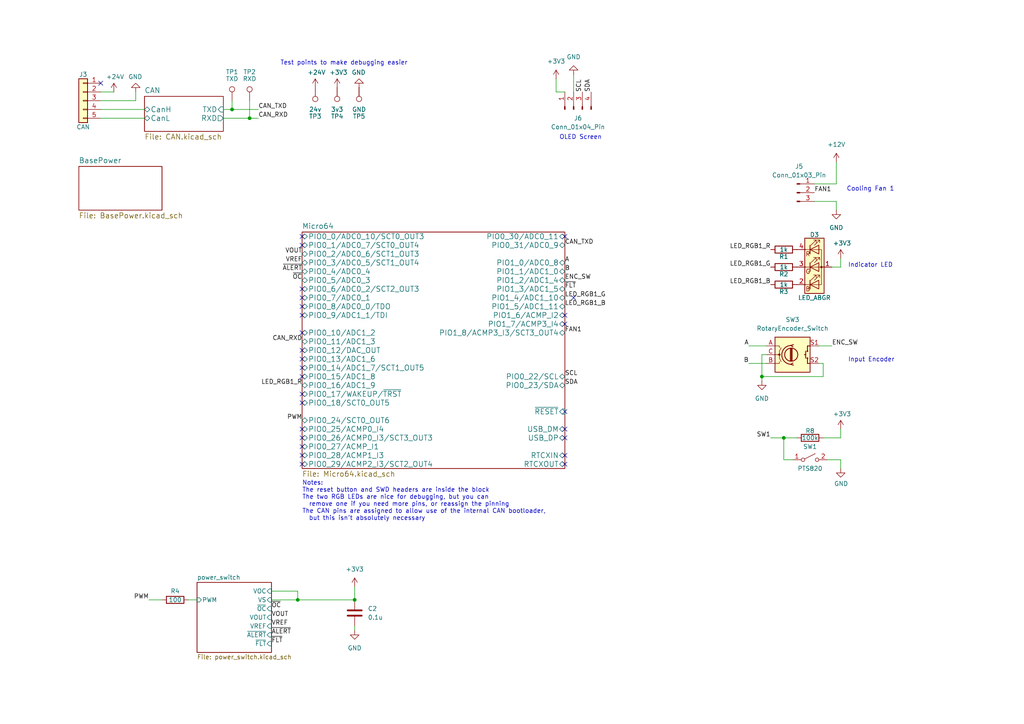
<source format=kicad_sch>
(kicad_sch
	(version 20231120)
	(generator "eeschema")
	(generator_version "8.0")
	(uuid "bac9685e-5a25-4a6d-827a-3e0ea9740301")
	(paper "A4")
	(lib_symbols
		(symbol "CalSol_LED:LED_ABGR"
			(pin_names
				(offset 0) hide)
			(exclude_from_sim no)
			(in_bom yes)
			(on_board yes)
			(property "Reference" "D"
				(at 0 9.398 0)
				(effects
					(font
						(size 1.27 1.27)
					)
				)
			)
			(property "Value" "LED_ABGR"
				(at 0 -8.89 0)
				(effects
					(font
						(size 1.27 1.27)
					)
				)
			)
			(property "Footprint" ""
				(at 0 -1.27 0)
				(effects
					(font
						(size 1.27 1.27)
					)
					(hide yes)
				)
			)
			(property "Datasheet" ""
				(at 0 -1.27 0)
				(effects
					(font
						(size 1.27 1.27)
					)
					(hide yes)
				)
			)
			(property "Description" ""
				(at 0 0 0)
				(effects
					(font
						(size 1.27 1.27)
					)
					(hide yes)
				)
			)
			(symbol "LED_ABGR_0_0"
				(text "B"
					(at -1.905 -6.35 0)
					(effects
						(font
							(size 1.27 1.27)
						)
					)
				)
				(text "G"
					(at -1.905 -1.27 0)
					(effects
						(font
							(size 1.27 1.27)
						)
					)
				)
				(text "R"
					(at -1.905 3.81 0)
					(effects
						(font
							(size 1.27 1.27)
						)
					)
				)
			)
			(symbol "LED_ABGR_0_1"
				(polyline
					(pts
						(xy -1.27 -5.08) (xy -2.54 -5.08)
					)
					(stroke
						(width 0)
						(type solid)
					)
					(fill
						(type none)
					)
				)
				(polyline
					(pts
						(xy -1.27 -5.08) (xy 1.27 -5.08)
					)
					(stroke
						(width 0)
						(type solid)
					)
					(fill
						(type none)
					)
				)
				(polyline
					(pts
						(xy -1.27 -3.81) (xy -1.27 -6.35)
					)
					(stroke
						(width 0)
						(type solid)
					)
					(fill
						(type none)
					)
				)
				(polyline
					(pts
						(xy -1.27 -3.81) (xy -1.27 -6.35)
					)
					(stroke
						(width 0.2032)
						(type solid)
					)
					(fill
						(type none)
					)
				)
				(polyline
					(pts
						(xy -1.27 0) (xy -2.54 0)
					)
					(stroke
						(width 0)
						(type solid)
					)
					(fill
						(type none)
					)
				)
				(polyline
					(pts
						(xy -1.27 0) (xy 1.27 0)
					)
					(stroke
						(width 0)
						(type solid)
					)
					(fill
						(type none)
					)
				)
				(polyline
					(pts
						(xy -1.27 1.27) (xy -1.27 -1.27)
					)
					(stroke
						(width 0.2032)
						(type solid)
					)
					(fill
						(type none)
					)
				)
				(polyline
					(pts
						(xy -1.27 5.08) (xy -2.54 5.08)
					)
					(stroke
						(width 0)
						(type solid)
					)
					(fill
						(type none)
					)
				)
				(polyline
					(pts
						(xy -1.27 6.35) (xy -1.27 3.81)
					)
					(stroke
						(width 0.2032)
						(type solid)
					)
					(fill
						(type none)
					)
				)
				(polyline
					(pts
						(xy 1.27 0) (xy 2.54 0)
					)
					(stroke
						(width 0)
						(type solid)
					)
					(fill
						(type none)
					)
				)
				(polyline
					(pts
						(xy 1.27 5.08) (xy -1.27 5.08)
					)
					(stroke
						(width 0)
						(type solid)
					)
					(fill
						(type none)
					)
				)
				(polyline
					(pts
						(xy -1.27 1.27) (xy -1.27 -1.27) (xy -1.27 -1.27)
					)
					(stroke
						(width 0)
						(type solid)
					)
					(fill
						(type none)
					)
				)
				(polyline
					(pts
						(xy -1.27 6.35) (xy -1.27 3.81) (xy -1.27 3.81)
					)
					(stroke
						(width 0)
						(type solid)
					)
					(fill
						(type none)
					)
				)
				(polyline
					(pts
						(xy 1.27 -5.08) (xy 2.032 -5.08) (xy 2.032 5.08) (xy 1.27 5.08)
					)
					(stroke
						(width 0)
						(type solid)
					)
					(fill
						(type none)
					)
				)
				(polyline
					(pts
						(xy 1.27 -3.81) (xy 1.27 -6.35) (xy -1.27 -5.08) (xy 1.27 -3.81)
					)
					(stroke
						(width 0.2032)
						(type solid)
					)
					(fill
						(type none)
					)
				)
				(polyline
					(pts
						(xy 1.27 1.27) (xy 1.27 -1.27) (xy -1.27 0) (xy 1.27 1.27)
					)
					(stroke
						(width 0.2032)
						(type solid)
					)
					(fill
						(type none)
					)
				)
				(polyline
					(pts
						(xy 1.27 6.35) (xy 1.27 3.81) (xy -1.27 5.08) (xy 1.27 6.35)
					)
					(stroke
						(width 0.2032)
						(type solid)
					)
					(fill
						(type none)
					)
				)
				(polyline
					(pts
						(xy -1.016 -3.81) (xy 0.508 -2.286) (xy -0.254 -2.286) (xy 0.508 -2.286) (xy 0.508 -3.048)
					)
					(stroke
						(width 0)
						(type solid)
					)
					(fill
						(type none)
					)
				)
				(polyline
					(pts
						(xy -1.016 1.27) (xy 0.508 2.794) (xy -0.254 2.794) (xy 0.508 2.794) (xy 0.508 2.032)
					)
					(stroke
						(width 0)
						(type solid)
					)
					(fill
						(type none)
					)
				)
				(polyline
					(pts
						(xy -1.016 6.35) (xy 0.508 7.874) (xy -0.254 7.874) (xy 0.508 7.874) (xy 0.508 7.112)
					)
					(stroke
						(width 0)
						(type solid)
					)
					(fill
						(type none)
					)
				)
				(polyline
					(pts
						(xy 0 -3.81) (xy 1.524 -2.286) (xy 0.762 -2.286) (xy 1.524 -2.286) (xy 1.524 -3.048)
					)
					(stroke
						(width 0)
						(type solid)
					)
					(fill
						(type none)
					)
				)
				(polyline
					(pts
						(xy 0 1.27) (xy 1.524 2.794) (xy 0.762 2.794) (xy 1.524 2.794) (xy 1.524 2.032)
					)
					(stroke
						(width 0)
						(type solid)
					)
					(fill
						(type none)
					)
				)
				(polyline
					(pts
						(xy 0 6.35) (xy 1.524 7.874) (xy 0.762 7.874) (xy 1.524 7.874) (xy 1.524 7.112)
					)
					(stroke
						(width 0)
						(type solid)
					)
					(fill
						(type none)
					)
				)
				(rectangle
					(start 1.27 -1.27)
					(end 1.27 1.27)
					(stroke
						(width 0)
						(type solid)
					)
					(fill
						(type none)
					)
				)
				(rectangle
					(start 1.27 1.27)
					(end 1.27 1.27)
					(stroke
						(width 0)
						(type solid)
					)
					(fill
						(type none)
					)
				)
				(rectangle
					(start 1.27 3.81)
					(end 1.27 6.35)
					(stroke
						(width 0)
						(type solid)
					)
					(fill
						(type none)
					)
				)
				(rectangle
					(start 1.27 6.35)
					(end 1.27 6.35)
					(stroke
						(width 0)
						(type solid)
					)
					(fill
						(type none)
					)
				)
				(circle
					(center 2.032 0)
					(radius 0.254)
					(stroke
						(width 0)
						(type solid)
					)
					(fill
						(type outline)
					)
				)
				(rectangle
					(start 2.794 8.382)
					(end -2.794 -7.62)
					(stroke
						(width 0.254)
						(type solid)
					)
					(fill
						(type background)
					)
				)
			)
			(symbol "LED_ABGR_1_1"
				(pin passive line
					(at 5.08 0 180)
					(length 2.54)
					(name "A"
						(effects
							(font
								(size 1.27 1.27)
							)
						)
					)
					(number "1"
						(effects
							(font
								(size 1.27 1.27)
							)
						)
					)
				)
				(pin passive line
					(at -5.08 -5.08 0)
					(length 2.54)
					(name "BK"
						(effects
							(font
								(size 1.27 1.27)
							)
						)
					)
					(number "2"
						(effects
							(font
								(size 1.27 1.27)
							)
						)
					)
				)
				(pin passive line
					(at -5.08 0 0)
					(length 2.54)
					(name "GK"
						(effects
							(font
								(size 1.27 1.27)
							)
						)
					)
					(number "3"
						(effects
							(font
								(size 1.27 1.27)
							)
						)
					)
				)
				(pin passive line
					(at -5.08 5.08 0)
					(length 2.54)
					(name "RK"
						(effects
							(font
								(size 1.27 1.27)
							)
						)
					)
					(number "4"
						(effects
							(font
								(size 1.27 1.27)
							)
						)
					)
				)
			)
		)
		(symbol "Connector:Conn_01x03_Pin"
			(pin_names
				(offset 1.016) hide)
			(exclude_from_sim no)
			(in_bom yes)
			(on_board yes)
			(property "Reference" "J"
				(at 0 5.08 0)
				(effects
					(font
						(size 1.27 1.27)
					)
				)
			)
			(property "Value" "Conn_01x03_Pin"
				(at 0 -5.08 0)
				(effects
					(font
						(size 1.27 1.27)
					)
				)
			)
			(property "Footprint" ""
				(at 0 0 0)
				(effects
					(font
						(size 1.27 1.27)
					)
					(hide yes)
				)
			)
			(property "Datasheet" "~"
				(at 0 0 0)
				(effects
					(font
						(size 1.27 1.27)
					)
					(hide yes)
				)
			)
			(property "Description" "Generic connector, single row, 01x03, script generated"
				(at 0 0 0)
				(effects
					(font
						(size 1.27 1.27)
					)
					(hide yes)
				)
			)
			(property "ki_locked" ""
				(at 0 0 0)
				(effects
					(font
						(size 1.27 1.27)
					)
				)
			)
			(property "ki_keywords" "connector"
				(at 0 0 0)
				(effects
					(font
						(size 1.27 1.27)
					)
					(hide yes)
				)
			)
			(property "ki_fp_filters" "Connector*:*_1x??_*"
				(at 0 0 0)
				(effects
					(font
						(size 1.27 1.27)
					)
					(hide yes)
				)
			)
			(symbol "Conn_01x03_Pin_1_1"
				(polyline
					(pts
						(xy 1.27 -2.54) (xy 0.8636 -2.54)
					)
					(stroke
						(width 0.1524)
						(type default)
					)
					(fill
						(type none)
					)
				)
				(polyline
					(pts
						(xy 1.27 0) (xy 0.8636 0)
					)
					(stroke
						(width 0.1524)
						(type default)
					)
					(fill
						(type none)
					)
				)
				(polyline
					(pts
						(xy 1.27 2.54) (xy 0.8636 2.54)
					)
					(stroke
						(width 0.1524)
						(type default)
					)
					(fill
						(type none)
					)
				)
				(rectangle
					(start 0.8636 -2.413)
					(end 0 -2.667)
					(stroke
						(width 0.1524)
						(type default)
					)
					(fill
						(type outline)
					)
				)
				(rectangle
					(start 0.8636 0.127)
					(end 0 -0.127)
					(stroke
						(width 0.1524)
						(type default)
					)
					(fill
						(type outline)
					)
				)
				(rectangle
					(start 0.8636 2.667)
					(end 0 2.413)
					(stroke
						(width 0.1524)
						(type default)
					)
					(fill
						(type outline)
					)
				)
				(pin passive line
					(at 5.08 2.54 180)
					(length 3.81)
					(name "Pin_1"
						(effects
							(font
								(size 1.27 1.27)
							)
						)
					)
					(number "1"
						(effects
							(font
								(size 1.27 1.27)
							)
						)
					)
				)
				(pin passive line
					(at 5.08 0 180)
					(length 3.81)
					(name "Pin_2"
						(effects
							(font
								(size 1.27 1.27)
							)
						)
					)
					(number "2"
						(effects
							(font
								(size 1.27 1.27)
							)
						)
					)
				)
				(pin passive line
					(at 5.08 -2.54 180)
					(length 3.81)
					(name "Pin_3"
						(effects
							(font
								(size 1.27 1.27)
							)
						)
					)
					(number "3"
						(effects
							(font
								(size 1.27 1.27)
							)
						)
					)
				)
			)
		)
		(symbol "Connector:Conn_01x04_Pin"
			(pin_names
				(offset 1.016) hide)
			(exclude_from_sim no)
			(in_bom yes)
			(on_board yes)
			(property "Reference" "J"
				(at 0 5.08 0)
				(effects
					(font
						(size 1.27 1.27)
					)
				)
			)
			(property "Value" "Conn_01x04_Pin"
				(at 0 -7.62 0)
				(effects
					(font
						(size 1.27 1.27)
					)
				)
			)
			(property "Footprint" ""
				(at 0 0 0)
				(effects
					(font
						(size 1.27 1.27)
					)
					(hide yes)
				)
			)
			(property "Datasheet" "~"
				(at 0 0 0)
				(effects
					(font
						(size 1.27 1.27)
					)
					(hide yes)
				)
			)
			(property "Description" "Generic connector, single row, 01x04, script generated"
				(at 0 0 0)
				(effects
					(font
						(size 1.27 1.27)
					)
					(hide yes)
				)
			)
			(property "ki_locked" ""
				(at 0 0 0)
				(effects
					(font
						(size 1.27 1.27)
					)
				)
			)
			(property "ki_keywords" "connector"
				(at 0 0 0)
				(effects
					(font
						(size 1.27 1.27)
					)
					(hide yes)
				)
			)
			(property "ki_fp_filters" "Connector*:*_1x??_*"
				(at 0 0 0)
				(effects
					(font
						(size 1.27 1.27)
					)
					(hide yes)
				)
			)
			(symbol "Conn_01x04_Pin_1_1"
				(polyline
					(pts
						(xy 1.27 -5.08) (xy 0.8636 -5.08)
					)
					(stroke
						(width 0.1524)
						(type default)
					)
					(fill
						(type none)
					)
				)
				(polyline
					(pts
						(xy 1.27 -2.54) (xy 0.8636 -2.54)
					)
					(stroke
						(width 0.1524)
						(type default)
					)
					(fill
						(type none)
					)
				)
				(polyline
					(pts
						(xy 1.27 0) (xy 0.8636 0)
					)
					(stroke
						(width 0.1524)
						(type default)
					)
					(fill
						(type none)
					)
				)
				(polyline
					(pts
						(xy 1.27 2.54) (xy 0.8636 2.54)
					)
					(stroke
						(width 0.1524)
						(type default)
					)
					(fill
						(type none)
					)
				)
				(rectangle
					(start 0.8636 -4.953)
					(end 0 -5.207)
					(stroke
						(width 0.1524)
						(type default)
					)
					(fill
						(type outline)
					)
				)
				(rectangle
					(start 0.8636 -2.413)
					(end 0 -2.667)
					(stroke
						(width 0.1524)
						(type default)
					)
					(fill
						(type outline)
					)
				)
				(rectangle
					(start 0.8636 0.127)
					(end 0 -0.127)
					(stroke
						(width 0.1524)
						(type default)
					)
					(fill
						(type outline)
					)
				)
				(rectangle
					(start 0.8636 2.667)
					(end 0 2.413)
					(stroke
						(width 0.1524)
						(type default)
					)
					(fill
						(type outline)
					)
				)
				(pin passive line
					(at 5.08 2.54 180)
					(length 3.81)
					(name "Pin_1"
						(effects
							(font
								(size 1.27 1.27)
							)
						)
					)
					(number "1"
						(effects
							(font
								(size 1.27 1.27)
							)
						)
					)
				)
				(pin passive line
					(at 5.08 0 180)
					(length 3.81)
					(name "Pin_2"
						(effects
							(font
								(size 1.27 1.27)
							)
						)
					)
					(number "2"
						(effects
							(font
								(size 1.27 1.27)
							)
						)
					)
				)
				(pin passive line
					(at 5.08 -2.54 180)
					(length 3.81)
					(name "Pin_3"
						(effects
							(font
								(size 1.27 1.27)
							)
						)
					)
					(number "3"
						(effects
							(font
								(size 1.27 1.27)
							)
						)
					)
				)
				(pin passive line
					(at 5.08 -5.08 180)
					(length 3.81)
					(name "Pin_4"
						(effects
							(font
								(size 1.27 1.27)
							)
						)
					)
					(number "4"
						(effects
							(font
								(size 1.27 1.27)
							)
						)
					)
				)
			)
		)
		(symbol "Connector:TestPoint"
			(pin_numbers hide)
			(pin_names
				(offset 0.762) hide)
			(exclude_from_sim no)
			(in_bom yes)
			(on_board yes)
			(property "Reference" "TP"
				(at 0 6.858 0)
				(effects
					(font
						(size 1.27 1.27)
					)
				)
			)
			(property "Value" "TestPoint"
				(at 0 5.08 0)
				(effects
					(font
						(size 1.27 1.27)
					)
				)
			)
			(property "Footprint" ""
				(at 5.08 0 0)
				(effects
					(font
						(size 1.27 1.27)
					)
					(hide yes)
				)
			)
			(property "Datasheet" "~"
				(at 5.08 0 0)
				(effects
					(font
						(size 1.27 1.27)
					)
					(hide yes)
				)
			)
			(property "Description" "test point"
				(at 0 0 0)
				(effects
					(font
						(size 1.27 1.27)
					)
					(hide yes)
				)
			)
			(property "ki_keywords" "test point tp"
				(at 0 0 0)
				(effects
					(font
						(size 1.27 1.27)
					)
					(hide yes)
				)
			)
			(property "ki_fp_filters" "Pin* Test*"
				(at 0 0 0)
				(effects
					(font
						(size 1.27 1.27)
					)
					(hide yes)
				)
			)
			(symbol "TestPoint_0_1"
				(circle
					(center 0 3.302)
					(radius 0.762)
					(stroke
						(width 0)
						(type default)
					)
					(fill
						(type none)
					)
				)
			)
			(symbol "TestPoint_1_1"
				(pin passive line
					(at 0 0 90)
					(length 2.54)
					(name "1"
						(effects
							(font
								(size 1.27 1.27)
							)
						)
					)
					(number "1"
						(effects
							(font
								(size 1.27 1.27)
							)
						)
					)
				)
			)
		)
		(symbol "Connector_Generic:Conn_01x05"
			(pin_names
				(offset 1.016) hide)
			(exclude_from_sim no)
			(in_bom yes)
			(on_board yes)
			(property "Reference" "J"
				(at 0 7.62 0)
				(effects
					(font
						(size 1.27 1.27)
					)
				)
			)
			(property "Value" "Conn_01x05"
				(at 0 -7.62 0)
				(effects
					(font
						(size 1.27 1.27)
					)
				)
			)
			(property "Footprint" ""
				(at 0 0 0)
				(effects
					(font
						(size 1.27 1.27)
					)
					(hide yes)
				)
			)
			(property "Datasheet" "~"
				(at 0 0 0)
				(effects
					(font
						(size 1.27 1.27)
					)
					(hide yes)
				)
			)
			(property "Description" "Generic connector, single row, 01x05, script generated (kicad-library-utils/schlib/autogen/connector/)"
				(at 0 0 0)
				(effects
					(font
						(size 1.27 1.27)
					)
					(hide yes)
				)
			)
			(property "ki_keywords" "connector"
				(at 0 0 0)
				(effects
					(font
						(size 1.27 1.27)
					)
					(hide yes)
				)
			)
			(property "ki_fp_filters" "Connector*:*_1x??_*"
				(at 0 0 0)
				(effects
					(font
						(size 1.27 1.27)
					)
					(hide yes)
				)
			)
			(symbol "Conn_01x05_1_1"
				(rectangle
					(start -1.27 -4.953)
					(end 0 -5.207)
					(stroke
						(width 0.1524)
						(type default)
					)
					(fill
						(type none)
					)
				)
				(rectangle
					(start -1.27 -2.413)
					(end 0 -2.667)
					(stroke
						(width 0.1524)
						(type default)
					)
					(fill
						(type none)
					)
				)
				(rectangle
					(start -1.27 0.127)
					(end 0 -0.127)
					(stroke
						(width 0.1524)
						(type default)
					)
					(fill
						(type none)
					)
				)
				(rectangle
					(start -1.27 2.667)
					(end 0 2.413)
					(stroke
						(width 0.1524)
						(type default)
					)
					(fill
						(type none)
					)
				)
				(rectangle
					(start -1.27 5.207)
					(end 0 4.953)
					(stroke
						(width 0.1524)
						(type default)
					)
					(fill
						(type none)
					)
				)
				(rectangle
					(start -1.27 6.35)
					(end 1.27 -6.35)
					(stroke
						(width 0.254)
						(type default)
					)
					(fill
						(type background)
					)
				)
				(pin passive line
					(at -5.08 5.08 0)
					(length 3.81)
					(name "Pin_1"
						(effects
							(font
								(size 1.27 1.27)
							)
						)
					)
					(number "1"
						(effects
							(font
								(size 1.27 1.27)
							)
						)
					)
				)
				(pin passive line
					(at -5.08 2.54 0)
					(length 3.81)
					(name "Pin_2"
						(effects
							(font
								(size 1.27 1.27)
							)
						)
					)
					(number "2"
						(effects
							(font
								(size 1.27 1.27)
							)
						)
					)
				)
				(pin passive line
					(at -5.08 0 0)
					(length 3.81)
					(name "Pin_3"
						(effects
							(font
								(size 1.27 1.27)
							)
						)
					)
					(number "3"
						(effects
							(font
								(size 1.27 1.27)
							)
						)
					)
				)
				(pin passive line
					(at -5.08 -2.54 0)
					(length 3.81)
					(name "Pin_4"
						(effects
							(font
								(size 1.27 1.27)
							)
						)
					)
					(number "4"
						(effects
							(font
								(size 1.27 1.27)
							)
						)
					)
				)
				(pin passive line
					(at -5.08 -5.08 0)
					(length 3.81)
					(name "Pin_5"
						(effects
							(font
								(size 1.27 1.27)
							)
						)
					)
					(number "5"
						(effects
							(font
								(size 1.27 1.27)
							)
						)
					)
				)
			)
		)
		(symbol "Device:C"
			(pin_numbers hide)
			(pin_names
				(offset 0.254)
			)
			(exclude_from_sim no)
			(in_bom yes)
			(on_board yes)
			(property "Reference" "C"
				(at 0.635 2.54 0)
				(effects
					(font
						(size 1.27 1.27)
					)
					(justify left)
				)
			)
			(property "Value" "C"
				(at 0.635 -2.54 0)
				(effects
					(font
						(size 1.27 1.27)
					)
					(justify left)
				)
			)
			(property "Footprint" ""
				(at 0.9652 -3.81 0)
				(effects
					(font
						(size 1.27 1.27)
					)
					(hide yes)
				)
			)
			(property "Datasheet" "~"
				(at 0 0 0)
				(effects
					(font
						(size 1.27 1.27)
					)
					(hide yes)
				)
			)
			(property "Description" "Unpolarized capacitor"
				(at 0 0 0)
				(effects
					(font
						(size 1.27 1.27)
					)
					(hide yes)
				)
			)
			(property "ki_keywords" "cap capacitor"
				(at 0 0 0)
				(effects
					(font
						(size 1.27 1.27)
					)
					(hide yes)
				)
			)
			(property "ki_fp_filters" "C_*"
				(at 0 0 0)
				(effects
					(font
						(size 1.27 1.27)
					)
					(hide yes)
				)
			)
			(symbol "C_0_1"
				(polyline
					(pts
						(xy -2.032 -0.762) (xy 2.032 -0.762)
					)
					(stroke
						(width 0.508)
						(type default)
					)
					(fill
						(type none)
					)
				)
				(polyline
					(pts
						(xy -2.032 0.762) (xy 2.032 0.762)
					)
					(stroke
						(width 0.508)
						(type default)
					)
					(fill
						(type none)
					)
				)
			)
			(symbol "C_1_1"
				(pin passive line
					(at 0 3.81 270)
					(length 2.794)
					(name "~"
						(effects
							(font
								(size 1.27 1.27)
							)
						)
					)
					(number "1"
						(effects
							(font
								(size 1.27 1.27)
							)
						)
					)
				)
				(pin passive line
					(at 0 -3.81 90)
					(length 2.794)
					(name "~"
						(effects
							(font
								(size 1.27 1.27)
							)
						)
					)
					(number "2"
						(effects
							(font
								(size 1.27 1.27)
							)
						)
					)
				)
			)
		)
		(symbol "Device:R"
			(pin_numbers hide)
			(pin_names
				(offset 0)
			)
			(exclude_from_sim no)
			(in_bom yes)
			(on_board yes)
			(property "Reference" "R"
				(at 2.032 0 90)
				(effects
					(font
						(size 1.27 1.27)
					)
				)
			)
			(property "Value" "R"
				(at 0 0 90)
				(effects
					(font
						(size 1.27 1.27)
					)
				)
			)
			(property "Footprint" ""
				(at -1.778 0 90)
				(effects
					(font
						(size 1.27 1.27)
					)
					(hide yes)
				)
			)
			(property "Datasheet" "~"
				(at 0 0 0)
				(effects
					(font
						(size 1.27 1.27)
					)
					(hide yes)
				)
			)
			(property "Description" "Resistor"
				(at 0 0 0)
				(effects
					(font
						(size 1.27 1.27)
					)
					(hide yes)
				)
			)
			(property "ki_keywords" "R res resistor"
				(at 0 0 0)
				(effects
					(font
						(size 1.27 1.27)
					)
					(hide yes)
				)
			)
			(property "ki_fp_filters" "R_*"
				(at 0 0 0)
				(effects
					(font
						(size 1.27 1.27)
					)
					(hide yes)
				)
			)
			(symbol "R_0_1"
				(rectangle
					(start -1.016 -2.54)
					(end 1.016 2.54)
					(stroke
						(width 0.254)
						(type default)
					)
					(fill
						(type none)
					)
				)
			)
			(symbol "R_1_1"
				(pin passive line
					(at 0 3.81 270)
					(length 1.27)
					(name "~"
						(effects
							(font
								(size 1.27 1.27)
							)
						)
					)
					(number "1"
						(effects
							(font
								(size 1.27 1.27)
							)
						)
					)
				)
				(pin passive line
					(at 0 -3.81 90)
					(length 1.27)
					(name "~"
						(effects
							(font
								(size 1.27 1.27)
							)
						)
					)
					(number "2"
						(effects
							(font
								(size 1.27 1.27)
							)
						)
					)
				)
			)
		)
		(symbol "Device:RotaryEncoder_Switch"
			(pin_names
				(offset 0.254) hide)
			(exclude_from_sim no)
			(in_bom yes)
			(on_board yes)
			(property "Reference" "SW"
				(at 0 6.604 0)
				(effects
					(font
						(size 1.27 1.27)
					)
				)
			)
			(property "Value" "RotaryEncoder_Switch"
				(at 0 -6.604 0)
				(effects
					(font
						(size 1.27 1.27)
					)
				)
			)
			(property "Footprint" ""
				(at -3.81 4.064 0)
				(effects
					(font
						(size 1.27 1.27)
					)
					(hide yes)
				)
			)
			(property "Datasheet" "~"
				(at 0 6.604 0)
				(effects
					(font
						(size 1.27 1.27)
					)
					(hide yes)
				)
			)
			(property "Description" "Rotary encoder, dual channel, incremental quadrate outputs, with switch"
				(at 0 0 0)
				(effects
					(font
						(size 1.27 1.27)
					)
					(hide yes)
				)
			)
			(property "ki_keywords" "rotary switch encoder switch push button"
				(at 0 0 0)
				(effects
					(font
						(size 1.27 1.27)
					)
					(hide yes)
				)
			)
			(property "ki_fp_filters" "RotaryEncoder*Switch*"
				(at 0 0 0)
				(effects
					(font
						(size 1.27 1.27)
					)
					(hide yes)
				)
			)
			(symbol "RotaryEncoder_Switch_0_1"
				(rectangle
					(start -5.08 5.08)
					(end 5.08 -5.08)
					(stroke
						(width 0.254)
						(type default)
					)
					(fill
						(type background)
					)
				)
				(circle
					(center -3.81 0)
					(radius 0.254)
					(stroke
						(width 0)
						(type default)
					)
					(fill
						(type outline)
					)
				)
				(circle
					(center -0.381 0)
					(radius 1.905)
					(stroke
						(width 0.254)
						(type default)
					)
					(fill
						(type none)
					)
				)
				(arc
					(start -0.381 2.667)
					(mid -3.0988 -0.0635)
					(end -0.381 -2.794)
					(stroke
						(width 0.254)
						(type default)
					)
					(fill
						(type none)
					)
				)
				(polyline
					(pts
						(xy -0.635 -1.778) (xy -0.635 1.778)
					)
					(stroke
						(width 0.254)
						(type default)
					)
					(fill
						(type none)
					)
				)
				(polyline
					(pts
						(xy -0.381 -1.778) (xy -0.381 1.778)
					)
					(stroke
						(width 0.254)
						(type default)
					)
					(fill
						(type none)
					)
				)
				(polyline
					(pts
						(xy -0.127 1.778) (xy -0.127 -1.778)
					)
					(stroke
						(width 0.254)
						(type default)
					)
					(fill
						(type none)
					)
				)
				(polyline
					(pts
						(xy 3.81 0) (xy 3.429 0)
					)
					(stroke
						(width 0.254)
						(type default)
					)
					(fill
						(type none)
					)
				)
				(polyline
					(pts
						(xy 3.81 1.016) (xy 3.81 -1.016)
					)
					(stroke
						(width 0.254)
						(type default)
					)
					(fill
						(type none)
					)
				)
				(polyline
					(pts
						(xy -5.08 -2.54) (xy -3.81 -2.54) (xy -3.81 -2.032)
					)
					(stroke
						(width 0)
						(type default)
					)
					(fill
						(type none)
					)
				)
				(polyline
					(pts
						(xy -5.08 2.54) (xy -3.81 2.54) (xy -3.81 2.032)
					)
					(stroke
						(width 0)
						(type default)
					)
					(fill
						(type none)
					)
				)
				(polyline
					(pts
						(xy 0.254 -3.048) (xy -0.508 -2.794) (xy 0.127 -2.413)
					)
					(stroke
						(width 0.254)
						(type default)
					)
					(fill
						(type none)
					)
				)
				(polyline
					(pts
						(xy 0.254 2.921) (xy -0.508 2.667) (xy 0.127 2.286)
					)
					(stroke
						(width 0.254)
						(type default)
					)
					(fill
						(type none)
					)
				)
				(polyline
					(pts
						(xy 5.08 -2.54) (xy 4.318 -2.54) (xy 4.318 -1.016)
					)
					(stroke
						(width 0.254)
						(type default)
					)
					(fill
						(type none)
					)
				)
				(polyline
					(pts
						(xy 5.08 2.54) (xy 4.318 2.54) (xy 4.318 1.016)
					)
					(stroke
						(width 0.254)
						(type default)
					)
					(fill
						(type none)
					)
				)
				(polyline
					(pts
						(xy -5.08 0) (xy -3.81 0) (xy -3.81 -1.016) (xy -3.302 -2.032)
					)
					(stroke
						(width 0)
						(type default)
					)
					(fill
						(type none)
					)
				)
				(polyline
					(pts
						(xy -4.318 0) (xy -3.81 0) (xy -3.81 1.016) (xy -3.302 2.032)
					)
					(stroke
						(width 0)
						(type default)
					)
					(fill
						(type none)
					)
				)
				(circle
					(center 4.318 -1.016)
					(radius 0.127)
					(stroke
						(width 0.254)
						(type default)
					)
					(fill
						(type none)
					)
				)
				(circle
					(center 4.318 1.016)
					(radius 0.127)
					(stroke
						(width 0.254)
						(type default)
					)
					(fill
						(type none)
					)
				)
			)
			(symbol "RotaryEncoder_Switch_1_1"
				(pin passive line
					(at -7.62 2.54 0)
					(length 2.54)
					(name "A"
						(effects
							(font
								(size 1.27 1.27)
							)
						)
					)
					(number "A"
						(effects
							(font
								(size 1.27 1.27)
							)
						)
					)
				)
				(pin passive line
					(at -7.62 -2.54 0)
					(length 2.54)
					(name "B"
						(effects
							(font
								(size 1.27 1.27)
							)
						)
					)
					(number "B"
						(effects
							(font
								(size 1.27 1.27)
							)
						)
					)
				)
				(pin passive line
					(at -7.62 0 0)
					(length 2.54)
					(name "C"
						(effects
							(font
								(size 1.27 1.27)
							)
						)
					)
					(number "C"
						(effects
							(font
								(size 1.27 1.27)
							)
						)
					)
				)
				(pin passive line
					(at 7.62 2.54 180)
					(length 2.54)
					(name "S1"
						(effects
							(font
								(size 1.27 1.27)
							)
						)
					)
					(number "S1"
						(effects
							(font
								(size 1.27 1.27)
							)
						)
					)
				)
				(pin passive line
					(at 7.62 -2.54 180)
					(length 2.54)
					(name "S2"
						(effects
							(font
								(size 1.27 1.27)
							)
						)
					)
					(number "S2"
						(effects
							(font
								(size 1.27 1.27)
							)
						)
					)
				)
			)
		)
		(symbol "Switch:SW_SPST"
			(pin_names
				(offset 0) hide)
			(exclude_from_sim no)
			(in_bom yes)
			(on_board yes)
			(property "Reference" "SW"
				(at 0 3.175 0)
				(effects
					(font
						(size 1.27 1.27)
					)
				)
			)
			(property "Value" "SW_SPST"
				(at 0 -2.54 0)
				(effects
					(font
						(size 1.27 1.27)
					)
				)
			)
			(property "Footprint" ""
				(at 0 0 0)
				(effects
					(font
						(size 1.27 1.27)
					)
					(hide yes)
				)
			)
			(property "Datasheet" "~"
				(at 0 0 0)
				(effects
					(font
						(size 1.27 1.27)
					)
					(hide yes)
				)
			)
			(property "Description" "Single Pole Single Throw (SPST) switch"
				(at 0 0 0)
				(effects
					(font
						(size 1.27 1.27)
					)
					(hide yes)
				)
			)
			(property "ki_keywords" "switch lever"
				(at 0 0 0)
				(effects
					(font
						(size 1.27 1.27)
					)
					(hide yes)
				)
			)
			(symbol "SW_SPST_0_0"
				(circle
					(center -2.032 0)
					(radius 0.508)
					(stroke
						(width 0)
						(type default)
					)
					(fill
						(type none)
					)
				)
				(polyline
					(pts
						(xy -1.524 0.254) (xy 1.524 1.778)
					)
					(stroke
						(width 0)
						(type default)
					)
					(fill
						(type none)
					)
				)
				(circle
					(center 2.032 0)
					(radius 0.508)
					(stroke
						(width 0)
						(type default)
					)
					(fill
						(type none)
					)
				)
			)
			(symbol "SW_SPST_1_1"
				(pin passive line
					(at -5.08 0 0)
					(length 2.54)
					(name "A"
						(effects
							(font
								(size 1.27 1.27)
							)
						)
					)
					(number "1"
						(effects
							(font
								(size 1.27 1.27)
							)
						)
					)
				)
				(pin passive line
					(at 5.08 0 180)
					(length 2.54)
					(name "B"
						(effects
							(font
								(size 1.27 1.27)
							)
						)
					)
					(number "2"
						(effects
							(font
								(size 1.27 1.27)
							)
						)
					)
				)
			)
		)
		(symbol "power:+12V"
			(power)
			(pin_numbers hide)
			(pin_names
				(offset 0) hide)
			(exclude_from_sim no)
			(in_bom yes)
			(on_board yes)
			(property "Reference" "#PWR"
				(at 0 -3.81 0)
				(effects
					(font
						(size 1.27 1.27)
					)
					(hide yes)
				)
			)
			(property "Value" "+12V"
				(at 0 3.556 0)
				(effects
					(font
						(size 1.27 1.27)
					)
				)
			)
			(property "Footprint" ""
				(at 0 0 0)
				(effects
					(font
						(size 1.27 1.27)
					)
					(hide yes)
				)
			)
			(property "Datasheet" ""
				(at 0 0 0)
				(effects
					(font
						(size 1.27 1.27)
					)
					(hide yes)
				)
			)
			(property "Description" "Power symbol creates a global label with name \"+12V\""
				(at 0 0 0)
				(effects
					(font
						(size 1.27 1.27)
					)
					(hide yes)
				)
			)
			(property "ki_keywords" "global power"
				(at 0 0 0)
				(effects
					(font
						(size 1.27 1.27)
					)
					(hide yes)
				)
			)
			(symbol "+12V_0_1"
				(polyline
					(pts
						(xy -0.762 1.27) (xy 0 2.54)
					)
					(stroke
						(width 0)
						(type default)
					)
					(fill
						(type none)
					)
				)
				(polyline
					(pts
						(xy 0 0) (xy 0 2.54)
					)
					(stroke
						(width 0)
						(type default)
					)
					(fill
						(type none)
					)
				)
				(polyline
					(pts
						(xy 0 2.54) (xy 0.762 1.27)
					)
					(stroke
						(width 0)
						(type default)
					)
					(fill
						(type none)
					)
				)
			)
			(symbol "+12V_1_1"
				(pin power_in line
					(at 0 0 90)
					(length 0)
					(name "~"
						(effects
							(font
								(size 1.27 1.27)
							)
						)
					)
					(number "1"
						(effects
							(font
								(size 1.27 1.27)
							)
						)
					)
				)
			)
		)
		(symbol "power:+24V"
			(power)
			(pin_numbers hide)
			(pin_names
				(offset 0) hide)
			(exclude_from_sim no)
			(in_bom yes)
			(on_board yes)
			(property "Reference" "#PWR"
				(at 0 -3.81 0)
				(effects
					(font
						(size 1.27 1.27)
					)
					(hide yes)
				)
			)
			(property "Value" "+24V"
				(at 0 3.556 0)
				(effects
					(font
						(size 1.27 1.27)
					)
				)
			)
			(property "Footprint" ""
				(at 0 0 0)
				(effects
					(font
						(size 1.27 1.27)
					)
					(hide yes)
				)
			)
			(property "Datasheet" ""
				(at 0 0 0)
				(effects
					(font
						(size 1.27 1.27)
					)
					(hide yes)
				)
			)
			(property "Description" "Power symbol creates a global label with name \"+24V\""
				(at 0 0 0)
				(effects
					(font
						(size 1.27 1.27)
					)
					(hide yes)
				)
			)
			(property "ki_keywords" "global power"
				(at 0 0 0)
				(effects
					(font
						(size 1.27 1.27)
					)
					(hide yes)
				)
			)
			(symbol "+24V_0_1"
				(polyline
					(pts
						(xy -0.762 1.27) (xy 0 2.54)
					)
					(stroke
						(width 0)
						(type default)
					)
					(fill
						(type none)
					)
				)
				(polyline
					(pts
						(xy 0 0) (xy 0 2.54)
					)
					(stroke
						(width 0)
						(type default)
					)
					(fill
						(type none)
					)
				)
				(polyline
					(pts
						(xy 0 2.54) (xy 0.762 1.27)
					)
					(stroke
						(width 0)
						(type default)
					)
					(fill
						(type none)
					)
				)
			)
			(symbol "+24V_1_1"
				(pin power_in line
					(at 0 0 90)
					(length 0)
					(name "~"
						(effects
							(font
								(size 1.27 1.27)
							)
						)
					)
					(number "1"
						(effects
							(font
								(size 1.27 1.27)
							)
						)
					)
				)
			)
		)
		(symbol "power:+3V3"
			(power)
			(pin_numbers hide)
			(pin_names
				(offset 0) hide)
			(exclude_from_sim no)
			(in_bom yes)
			(on_board yes)
			(property "Reference" "#PWR"
				(at 0 -3.81 0)
				(effects
					(font
						(size 1.27 1.27)
					)
					(hide yes)
				)
			)
			(property "Value" "+3V3"
				(at 0 3.556 0)
				(effects
					(font
						(size 1.27 1.27)
					)
				)
			)
			(property "Footprint" ""
				(at 0 0 0)
				(effects
					(font
						(size 1.27 1.27)
					)
					(hide yes)
				)
			)
			(property "Datasheet" ""
				(at 0 0 0)
				(effects
					(font
						(size 1.27 1.27)
					)
					(hide yes)
				)
			)
			(property "Description" "Power symbol creates a global label with name \"+3V3\""
				(at 0 0 0)
				(effects
					(font
						(size 1.27 1.27)
					)
					(hide yes)
				)
			)
			(property "ki_keywords" "global power"
				(at 0 0 0)
				(effects
					(font
						(size 1.27 1.27)
					)
					(hide yes)
				)
			)
			(symbol "+3V3_0_1"
				(polyline
					(pts
						(xy -0.762 1.27) (xy 0 2.54)
					)
					(stroke
						(width 0)
						(type default)
					)
					(fill
						(type none)
					)
				)
				(polyline
					(pts
						(xy 0 0) (xy 0 2.54)
					)
					(stroke
						(width 0)
						(type default)
					)
					(fill
						(type none)
					)
				)
				(polyline
					(pts
						(xy 0 2.54) (xy 0.762 1.27)
					)
					(stroke
						(width 0)
						(type default)
					)
					(fill
						(type none)
					)
				)
			)
			(symbol "+3V3_1_1"
				(pin power_in line
					(at 0 0 90)
					(length 0)
					(name "~"
						(effects
							(font
								(size 1.27 1.27)
							)
						)
					)
					(number "1"
						(effects
							(font
								(size 1.27 1.27)
							)
						)
					)
				)
			)
		)
		(symbol "power:GND"
			(power)
			(pin_numbers hide)
			(pin_names
				(offset 0) hide)
			(exclude_from_sim no)
			(in_bom yes)
			(on_board yes)
			(property "Reference" "#PWR"
				(at 0 -6.35 0)
				(effects
					(font
						(size 1.27 1.27)
					)
					(hide yes)
				)
			)
			(property "Value" "GND"
				(at 0 -3.81 0)
				(effects
					(font
						(size 1.27 1.27)
					)
				)
			)
			(property "Footprint" ""
				(at 0 0 0)
				(effects
					(font
						(size 1.27 1.27)
					)
					(hide yes)
				)
			)
			(property "Datasheet" ""
				(at 0 0 0)
				(effects
					(font
						(size 1.27 1.27)
					)
					(hide yes)
				)
			)
			(property "Description" "Power symbol creates a global label with name \"GND\" , ground"
				(at 0 0 0)
				(effects
					(font
						(size 1.27 1.27)
					)
					(hide yes)
				)
			)
			(property "ki_keywords" "global power"
				(at 0 0 0)
				(effects
					(font
						(size 1.27 1.27)
					)
					(hide yes)
				)
			)
			(symbol "GND_0_1"
				(polyline
					(pts
						(xy 0 0) (xy 0 -1.27) (xy 1.27 -1.27) (xy 0 -2.54) (xy -1.27 -1.27) (xy 0 -1.27)
					)
					(stroke
						(width 0)
						(type default)
					)
					(fill
						(type none)
					)
				)
			)
			(symbol "GND_1_1"
				(pin power_in line
					(at 0 0 270)
					(length 0)
					(name "~"
						(effects
							(font
								(size 1.27 1.27)
							)
						)
					)
					(number "1"
						(effects
							(font
								(size 1.27 1.27)
							)
						)
					)
				)
			)
		)
	)
	(junction
		(at 102.87 173.99)
		(diameter 0)
		(color 0 0 0 0)
		(uuid "05596281-6185-4d7c-9eda-c5d95e5c40f9")
	)
	(junction
		(at 86.36 173.99)
		(diameter 0)
		(color 0 0 0 0)
		(uuid "36d19d8e-8d1b-4af1-889b-035f39494bdf")
	)
	(junction
		(at 72.39 34.29)
		(diameter 0)
		(color 0 0 0 0)
		(uuid "61fe1eb7-fc7d-45c3-8935-d91b8becfedc")
	)
	(junction
		(at 227.33 127)
		(diameter 0)
		(color 0 0 0 0)
		(uuid "782041a0-7924-41aa-9627-95baf0c20a43")
	)
	(junction
		(at 220.98 109.22)
		(diameter 0)
		(color 0 0 0 0)
		(uuid "88bd54a1-2659-475f-b63c-99d84451d279")
	)
	(junction
		(at 67.31 31.75)
		(diameter 0)
		(color 0 0 0 0)
		(uuid "a6399dec-b4c3-4673-bef7-4f4daf40e8bd")
	)
	(no_connect
		(at 163.83 134.62)
		(uuid "005f44a7-5fd7-4315-aa28-9aa7b8c6e1c3")
	)
	(no_connect
		(at 87.63 104.14)
		(uuid "0f0ee4fc-77c3-4e33-ad3f-efa009d7bf01")
	)
	(no_connect
		(at 87.63 127)
		(uuid "1bd2fb49-b01f-4d76-9170-5ce01d1c3c71")
	)
	(no_connect
		(at 87.63 96.52)
		(uuid "350d3b3d-95a5-4b58-ae63-6da93998b0a6")
	)
	(no_connect
		(at 29.21 24.13)
		(uuid "370d0a08-a2fb-44dc-9870-19e5c020377e")
	)
	(no_connect
		(at 87.63 106.68)
		(uuid "3f99bc33-3750-4786-8965-ec15a93273dc")
	)
	(no_connect
		(at 87.63 101.6)
		(uuid "490e458d-fb8f-4ce9-8af2-1c7609a229c9")
	)
	(no_connect
		(at 163.83 119.38)
		(uuid "5688d17b-07f6-4d97-aba7-d3340136a54e")
	)
	(no_connect
		(at 163.83 91.44)
		(uuid "5ce43bd0-da29-4cbd-a273-496cf441511f")
	)
	(no_connect
		(at 166.37 86.36)
		(uuid "617dd9c2-ee2a-49eb-98a6-1a15ca38c8c9")
	)
	(no_connect
		(at 87.63 132.08)
		(uuid "643acfbc-7cac-48ee-8e31-36c2bf3f1f8f")
	)
	(no_connect
		(at 87.63 68.58)
		(uuid "67727e41-bc2c-4311-9ff6-c776b5001dcc")
	)
	(no_connect
		(at 87.63 88.9)
		(uuid "725a970b-1b92-4108-8207-facc357a0f7d")
	)
	(no_connect
		(at 163.83 124.46)
		(uuid "82a1f26e-124c-4760-8570-5c8792e5803a")
	)
	(no_connect
		(at 87.63 124.46)
		(uuid "82b386b5-179a-4dbe-a875-746f95cb7108")
	)
	(no_connect
		(at 163.83 127)
		(uuid "85083b16-e20a-492b-a22a-d0c34e54ffe4")
	)
	(no_connect
		(at 163.83 93.98)
		(uuid "96fe51d2-da71-44b4-bcf7-d18ac367776b")
	)
	(no_connect
		(at 87.63 129.54)
		(uuid "9b28e363-a548-4936-be91-2b96e8558d37")
	)
	(no_connect
		(at 87.63 83.82)
		(uuid "adc64c79-5238-42b6-957f-2ce95d8bab32")
	)
	(no_connect
		(at 163.83 68.58)
		(uuid "add543e6-5b76-4d98-a019-396af2614d53")
	)
	(no_connect
		(at 87.63 91.44)
		(uuid "b31b1471-c104-47c4-a681-9f284941b356")
	)
	(no_connect
		(at 87.63 114.3)
		(uuid "c1cfd7e6-8518-473e-942f-3924d87d546c")
	)
	(no_connect
		(at 87.63 134.62)
		(uuid "c2677a0d-01a3-4cd9-815d-65a2193d6b4a")
	)
	(no_connect
		(at 87.63 116.84)
		(uuid "d7851217-1e11-46ba-a06f-8809b6ce84be")
	)
	(no_connect
		(at 87.63 109.22)
		(uuid "db98d2d0-1ce2-408c-ac30-953c2b980655")
	)
	(no_connect
		(at 163.83 132.08)
		(uuid "e0b9dd39-2e92-422a-bc9e-36b18d2ec78b")
	)
	(no_connect
		(at 87.63 86.36)
		(uuid "e98b5be5-f9a4-4371-90c6-9948ff3ed0e8")
	)
	(no_connect
		(at 87.63 71.12)
		(uuid "f94044af-f689-4773-8dc4-4da8b1964ff3")
	)
	(wire
		(pts
			(xy 72.39 29.21) (xy 72.39 34.29)
		)
		(stroke
			(width 0)
			(type default)
		)
		(uuid "014cd903-f25c-4c06-8554-dc46c01abe37")
	)
	(wire
		(pts
			(xy 220.98 109.22) (xy 220.98 102.87)
		)
		(stroke
			(width 0)
			(type default)
		)
		(uuid "020b6f0e-772a-4c53-8446-5eacbf63fdb9")
	)
	(wire
		(pts
			(xy 166.37 21.59) (xy 166.37 26.67)
		)
		(stroke
			(width 0)
			(type default)
		)
		(uuid "0f47af55-bcf5-4c91-96c3-19905426be53")
	)
	(wire
		(pts
			(xy 29.21 29.21) (xy 39.37 29.21)
		)
		(stroke
			(width 0)
			(type default)
		)
		(uuid "14c33897-a849-4230-89fd-6815ae666109")
	)
	(wire
		(pts
			(xy 227.33 127) (xy 231.14 127)
		)
		(stroke
			(width 0)
			(type default)
		)
		(uuid "16637ba8-1ed9-4bfa-b897-4f2c6039bd3c")
	)
	(wire
		(pts
			(xy 242.57 53.34) (xy 236.22 53.34)
		)
		(stroke
			(width 0)
			(type default)
		)
		(uuid "1667af9b-1d31-4f4a-b37a-528bbb40b62e")
	)
	(wire
		(pts
			(xy 64.77 34.29) (xy 72.39 34.29)
		)
		(stroke
			(width 0)
			(type default)
		)
		(uuid "16a51dc2-ccc9-46ed-9327-583f6a5c47d6")
	)
	(wire
		(pts
			(xy 242.57 58.42) (xy 236.22 58.42)
		)
		(stroke
			(width 0)
			(type default)
		)
		(uuid "197c2fa5-50cd-4ef2-b905-1cffc89ecb42")
	)
	(wire
		(pts
			(xy 29.21 34.29) (xy 41.91 34.29)
		)
		(stroke
			(width 0)
			(type default)
		)
		(uuid "1e838953-c5bb-4d8b-9b3e-74acd5c1fd36")
	)
	(wire
		(pts
			(xy 86.36 171.45) (xy 78.74 171.45)
		)
		(stroke
			(width 0)
			(type default)
		)
		(uuid "20a38096-8413-4c74-ae40-eddc17298e97")
	)
	(wire
		(pts
			(xy 161.29 22.86) (xy 161.29 26.67)
		)
		(stroke
			(width 0)
			(type default)
		)
		(uuid "3704f542-0043-436d-82cb-77a3735f0027")
	)
	(wire
		(pts
			(xy 67.31 29.21) (xy 67.31 31.75)
		)
		(stroke
			(width 0)
			(type default)
		)
		(uuid "375a79a8-9e52-4003-818e-fd4252da2f47")
	)
	(wire
		(pts
			(xy 86.36 173.99) (xy 86.36 171.45)
		)
		(stroke
			(width 0)
			(type default)
		)
		(uuid "38f9ff58-7f2c-4ddc-9df8-c670d130021b")
	)
	(wire
		(pts
			(xy 243.84 127) (xy 243.84 124.46)
		)
		(stroke
			(width 0)
			(type default)
		)
		(uuid "3b5a461f-33b7-452d-b93e-1755c84f1c4d")
	)
	(wire
		(pts
			(xy 161.29 26.67) (xy 163.83 26.67)
		)
		(stroke
			(width 0)
			(type default)
		)
		(uuid "3bb3ff38-1861-4b08-bee1-4e977c6dffb2")
	)
	(wire
		(pts
			(xy 72.39 34.29) (xy 74.93 34.29)
		)
		(stroke
			(width 0)
			(type default)
		)
		(uuid "3ee928b5-346c-4350-b590-92cc3ee327ee")
	)
	(wire
		(pts
			(xy 86.36 173.99) (xy 78.74 173.99)
		)
		(stroke
			(width 0)
			(type default)
		)
		(uuid "3f37dd52-5805-429c-8ff1-855929c1472f")
	)
	(wire
		(pts
			(xy 242.57 60.96) (xy 242.57 58.42)
		)
		(stroke
			(width 0)
			(type default)
		)
		(uuid "41d7594d-7b0d-425a-99c4-50bc67839a65")
	)
	(wire
		(pts
			(xy 227.33 133.35) (xy 227.33 127)
		)
		(stroke
			(width 0)
			(type default)
		)
		(uuid "5812c9eb-6fc8-423f-b5cf-7a0d29a8e54c")
	)
	(wire
		(pts
			(xy 64.77 31.75) (xy 67.31 31.75)
		)
		(stroke
			(width 0)
			(type default)
		)
		(uuid "5f55ec68-c125-4e7b-ba99-6677878dd5fd")
	)
	(wire
		(pts
			(xy 102.87 181.61) (xy 102.87 182.88)
		)
		(stroke
			(width 0)
			(type default)
		)
		(uuid "66717b2a-ff25-4591-ab8e-d6a6509f494a")
	)
	(wire
		(pts
			(xy 242.57 46.99) (xy 242.57 53.34)
		)
		(stroke
			(width 0)
			(type default)
		)
		(uuid "68aec260-8566-4e04-9a9a-06114ed05b3f")
	)
	(wire
		(pts
			(xy 243.84 77.47) (xy 243.84 74.93)
		)
		(stroke
			(width 0)
			(type default)
		)
		(uuid "6ff451c6-81c7-41f7-bd99-78742e8f4635")
	)
	(wire
		(pts
			(xy 102.87 173.99) (xy 86.36 173.99)
		)
		(stroke
			(width 0)
			(type default)
		)
		(uuid "712ee4f4-ae07-4ec8-8a0f-1e741ed55f30")
	)
	(wire
		(pts
			(xy 241.3 77.47) (xy 243.84 77.47)
		)
		(stroke
			(width 0)
			(type default)
		)
		(uuid "780027ce-6d09-483d-91fb-19c5b7de5dcf")
	)
	(wire
		(pts
			(xy 240.03 133.35) (xy 243.84 133.35)
		)
		(stroke
			(width 0)
			(type default)
		)
		(uuid "7ba8f53a-01e7-4a32-a873-5fc7d216123b")
	)
	(wire
		(pts
			(xy 220.98 110.49) (xy 220.98 109.22)
		)
		(stroke
			(width 0)
			(type default)
		)
		(uuid "7e7a6e04-09d9-4006-b3ea-3a8c5433b9cf")
	)
	(wire
		(pts
			(xy 238.76 127) (xy 243.84 127)
		)
		(stroke
			(width 0)
			(type default)
		)
		(uuid "877d5840-2b80-472c-9662-e0e72d7cb7bf")
	)
	(wire
		(pts
			(xy 223.52 127) (xy 227.33 127)
		)
		(stroke
			(width 0)
			(type default)
		)
		(uuid "8d1c5dce-fb7a-4ff1-8791-d3dca0eae600")
	)
	(wire
		(pts
			(xy 220.98 102.87) (xy 222.25 102.87)
		)
		(stroke
			(width 0)
			(type default)
		)
		(uuid "933c9e67-1c4e-4ffe-aa23-fcbdc0fd1f80")
	)
	(wire
		(pts
			(xy 237.49 105.41) (xy 238.76 105.41)
		)
		(stroke
			(width 0)
			(type default)
		)
		(uuid "9588f8f0-88f0-4f1f-b4bb-9b2ab1d7cc73")
	)
	(wire
		(pts
			(xy 39.37 29.21) (xy 39.37 26.67)
		)
		(stroke
			(width 0)
			(type default)
		)
		(uuid "9dff5de6-4ac1-455d-be63-624d61bb155c")
	)
	(wire
		(pts
			(xy 217.17 100.33) (xy 222.25 100.33)
		)
		(stroke
			(width 0)
			(type default)
		)
		(uuid "a3a8face-7e0e-4b79-88d8-ff5eeaf9a832")
	)
	(wire
		(pts
			(xy 229.87 133.35) (xy 227.33 133.35)
		)
		(stroke
			(width 0)
			(type default)
		)
		(uuid "a871087f-40c1-4582-8fbd-510b2d6e5510")
	)
	(wire
		(pts
			(xy 67.31 31.75) (xy 74.93 31.75)
		)
		(stroke
			(width 0)
			(type default)
		)
		(uuid "b898c7f4-c262-42ce-befb-a0d31949de17")
	)
	(wire
		(pts
			(xy 238.76 109.22) (xy 220.98 109.22)
		)
		(stroke
			(width 0)
			(type default)
		)
		(uuid "bd357d09-8538-4a9b-b22c-3cf909588a4c")
	)
	(wire
		(pts
			(xy 41.91 31.75) (xy 29.21 31.75)
		)
		(stroke
			(width 0)
			(type default)
		)
		(uuid "bdc99866-8407-41e2-9214-d539bed1c871")
	)
	(wire
		(pts
			(xy 243.84 133.35) (xy 243.84 135.89)
		)
		(stroke
			(width 0)
			(type default)
		)
		(uuid "bfe441eb-c109-48fe-8ff8-17a404c2d2a9")
	)
	(wire
		(pts
			(xy 217.17 105.41) (xy 222.25 105.41)
		)
		(stroke
			(width 0)
			(type default)
		)
		(uuid "c4bf3631-555d-4040-84d6-3978c7c459bb")
	)
	(wire
		(pts
			(xy 238.76 105.41) (xy 238.76 109.22)
		)
		(stroke
			(width 0)
			(type default)
		)
		(uuid "c89c69b2-8411-49f8-a5e7-33d60c29494c")
	)
	(wire
		(pts
			(xy 54.61 173.99) (xy 57.15 173.99)
		)
		(stroke
			(width 0)
			(type default)
		)
		(uuid "da5fc3c5-1aa0-4551-9b7e-473d38bcab2e")
	)
	(wire
		(pts
			(xy 237.49 100.33) (xy 241.3 100.33)
		)
		(stroke
			(width 0)
			(type default)
		)
		(uuid "e18b6d37-3b3e-4f0d-a70f-143a565e370b")
	)
	(wire
		(pts
			(xy 102.87 170.18) (xy 102.87 173.99)
		)
		(stroke
			(width 0)
			(type default)
		)
		(uuid "ea1a2f01-76cf-49a6-9a0c-dc0c074d5c7e")
	)
	(wire
		(pts
			(xy 29.21 26.67) (xy 33.02 26.67)
		)
		(stroke
			(width 0)
			(type default)
		)
		(uuid "ee3b365f-4936-48c7-83c4-3451fec5c8d6")
	)
	(wire
		(pts
			(xy 43.18 173.99) (xy 46.99 173.99)
		)
		(stroke
			(width 0)
			(type default)
		)
		(uuid "ef022586-e7f0-4827-b24d-1280602859e2")
	)
	(text "Notes:\nThe reset button and SWD headers are inside the block\nThe two RGB LEDs are nice for debugging, but you can\n  remove one if you need more pins, or reassign the pinning\nThe CAN pins are assigned to allow use of the internal CAN bootloader,\n  but this isn’t absolutely necessary"
		(exclude_from_sim no)
		(at 87.63 151.13 0)
		(effects
			(font
				(size 1.27 1.27)
			)
			(justify left bottom)
		)
		(uuid "085071a4-b5fd-416f-a941-667ffdcd2a9e")
	)
	(text "Indicator LED"
		(exclude_from_sim no)
		(at 252.476 76.962 0)
		(effects
			(font
				(size 1.27 1.27)
			)
		)
		(uuid "0c75ab28-0999-419c-b3ef-a7f0a37329a9")
	)
	(text "Cooling Fan 1"
		(exclude_from_sim no)
		(at 252.476 54.864 0)
		(effects
			(font
				(size 1.27 1.27)
			)
		)
		(uuid "27ecfae5-660a-4e8d-a19c-9a0aaaf0f41d")
	)
	(text "OLED Screen"
		(exclude_from_sim no)
		(at 168.402 39.878 0)
		(effects
			(font
				(size 1.27 1.27)
			)
		)
		(uuid "2a29afe9-eb6a-4cc2-b85c-4ab2a0eb09ef")
	)
	(text "Test points to make debugging easier"
		(exclude_from_sim no)
		(at 81.28 19.05 0)
		(effects
			(font
				(size 1.27 1.27)
			)
			(justify left bottom)
		)
		(uuid "5adbc58f-2689-4c1d-985c-f747e6cdf059")
	)
	(text "Input Encoder"
		(exclude_from_sim no)
		(at 252.73 104.394 0)
		(effects
			(font
				(size 1.27 1.27)
			)
		)
		(uuid "c2608b19-6163-45b4-adeb-2675aee62be6")
	)
	(label "SCL"
		(at 168.91 26.67 90)
		(fields_autoplaced yes)
		(effects
			(font
				(size 1.27 1.27)
			)
			(justify left bottom)
		)
		(uuid "039f1b8e-a368-41ae-a27f-2c246b61e672")
	)
	(label "B"
		(at 163.83 78.74 0)
		(fields_autoplaced yes)
		(effects
			(font
				(size 1.27 1.27)
			)
			(justify left bottom)
		)
		(uuid "0eaba138-9789-4469-b340-2c24e110c013")
	)
	(label "CAN_TXD"
		(at 74.93 31.75 0)
		(fields_autoplaced yes)
		(effects
			(font
				(size 1.27 1.27)
			)
			(justify left bottom)
		)
		(uuid "17fc035d-1689-49d8-a774-cdf20b989d82")
	)
	(label "SDA"
		(at 171.45 26.67 90)
		(fields_autoplaced yes)
		(effects
			(font
				(size 1.27 1.27)
			)
			(justify left bottom)
		)
		(uuid "20a3ca37-ba4b-4db9-b90c-ac5211d8df4b")
	)
	(label "~{FLT}"
		(at 78.74 186.69 0)
		(fields_autoplaced yes)
		(effects
			(font
				(size 1.27 1.27)
			)
			(justify left bottom)
		)
		(uuid "2a44d98c-ce80-40e4-a227-60488019a275")
	)
	(label "~{ALERT}"
		(at 87.63 78.74 180)
		(fields_autoplaced yes)
		(effects
			(font
				(size 1.27 1.27)
			)
			(justify right bottom)
		)
		(uuid "36e1257d-7985-43ca-b659-a2af9b67c59c")
	)
	(label "LED_RGB1_B"
		(at 163.83 88.9 0)
		(fields_autoplaced yes)
		(effects
			(font
				(size 1.27 1.27)
			)
			(justify left bottom)
		)
		(uuid "40f351ef-d668-432a-89fc-ede0dd9adc86")
	)
	(label "CAN_RXD"
		(at 74.93 34.29 0)
		(fields_autoplaced yes)
		(effects
			(font
				(size 1.27 1.27)
			)
			(justify left bottom)
		)
		(uuid "42d1d378-279f-4b9e-99b5-8d47c1c5c66d")
	)
	(label "VOUT"
		(at 87.63 73.66 180)
		(fields_autoplaced yes)
		(effects
			(font
				(size 1.27 1.27)
			)
			(justify right bottom)
		)
		(uuid "42f7a3e9-11d0-4278-ab66-4f965c521092")
	)
	(label "LED_RGB1_B"
		(at 223.52 82.55 180)
		(fields_autoplaced yes)
		(effects
			(font
				(size 1.27 1.27)
			)
			(justify right bottom)
		)
		(uuid "48953623-92fd-446c-bfb7-6fc9028db192")
	)
	(label "SW1"
		(at 223.52 127 180)
		(fields_autoplaced yes)
		(effects
			(font
				(size 1.27 1.27)
			)
			(justify right bottom)
		)
		(uuid "49649bb1-ed4c-4c02-b42b-0911ec3e1f59")
	)
	(label "LED_RGB1_R"
		(at 223.52 72.39 180)
		(fields_autoplaced yes)
		(effects
			(font
				(size 1.27 1.27)
			)
			(justify right bottom)
		)
		(uuid "4e47c884-c564-45a9-8542-2fb178f6c65e")
	)
	(label "SCL"
		(at 163.83 109.22 0)
		(fields_autoplaced yes)
		(effects
			(font
				(size 1.27 1.27)
			)
			(justify left bottom)
		)
		(uuid "50ae3cb3-03a5-4e9c-833a-d3d9302ba8d0")
	)
	(label "~{OC}"
		(at 78.74 176.53 0)
		(fields_autoplaced yes)
		(effects
			(font
				(size 1.27 1.27)
			)
			(justify left bottom)
		)
		(uuid "59e246a6-07f6-4823-9af0-1a97edffb775")
	)
	(label "ENC_SW"
		(at 241.3 100.33 0)
		(fields_autoplaced yes)
		(effects
			(font
				(size 1.27 1.27)
			)
			(justify left bottom)
		)
		(uuid "5a8ccc5d-14ce-4353-b261-c6eccd4d09c4")
	)
	(label "A"
		(at 217.17 100.33 180)
		(fields_autoplaced yes)
		(effects
			(font
				(size 1.27 1.27)
			)
			(justify right bottom)
		)
		(uuid "5fd0b127-0a1b-49f8-ae26-9fb6b790a9f9")
	)
	(label "VREF"
		(at 87.63 76.2 180)
		(fields_autoplaced yes)
		(effects
			(font
				(size 1.27 1.27)
			)
			(justify right bottom)
		)
		(uuid "62342bca-8cfe-4a11-9edd-f1796869b3a4")
	)
	(label "FAN1"
		(at 163.83 96.52 0)
		(fields_autoplaced yes)
		(effects
			(font
				(size 1.27 1.27)
			)
			(justify left bottom)
		)
		(uuid "7a0dc843-56a5-4442-a46c-330e343e70af")
	)
	(label "ENC_SW"
		(at 163.83 81.28 0)
		(fields_autoplaced yes)
		(effects
			(font
				(size 1.27 1.27)
			)
			(justify left bottom)
		)
		(uuid "7b076fa0-c904-4e43-9278-fb6099871ea2")
	)
	(label "~{ALERT}"
		(at 78.74 184.15 0)
		(fields_autoplaced yes)
		(effects
			(font
				(size 1.27 1.27)
			)
			(justify left bottom)
		)
		(uuid "7f54d5f2-5b7f-4480-b3e0-d934baaae243")
	)
	(label "CAN_TXD"
		(at 163.83 71.12 0)
		(fields_autoplaced yes)
		(effects
			(font
				(size 1.27 1.27)
			)
			(justify left bottom)
		)
		(uuid "90ce3d76-d2a4-4f03-9df4-49d22b86770a")
	)
	(label "VREF"
		(at 78.74 181.61 0)
		(fields_autoplaced yes)
		(effects
			(font
				(size 1.27 1.27)
			)
			(justify left bottom)
		)
		(uuid "9431cb4d-20b9-4bc7-aa5a-4c0677d3e2f6")
	)
	(label "VOUT"
		(at 78.74 179.07 0)
		(fields_autoplaced yes)
		(effects
			(font
				(size 1.27 1.27)
			)
			(justify left bottom)
		)
		(uuid "a3aa4b92-38ca-4b9e-ab57-d06df3283db2")
	)
	(label "LED_RGB1_G"
		(at 163.83 86.36 0)
		(fields_autoplaced yes)
		(effects
			(font
				(size 1.27 1.27)
			)
			(justify left bottom)
		)
		(uuid "a608ba52-4dc3-4859-baa2-7567756436f9")
	)
	(label "~{OC}"
		(at 87.63 81.28 180)
		(fields_autoplaced yes)
		(effects
			(font
				(size 1.27 1.27)
			)
			(justify right bottom)
		)
		(uuid "bda28c6e-0803-4116-a8df-7b52efbdfe44")
	)
	(label "LED_RGB1_R"
		(at 87.63 111.76 180)
		(fields_autoplaced yes)
		(effects
			(font
				(size 1.27 1.27)
			)
			(justify right bottom)
		)
		(uuid "cff5d796-7412-4e4c-b4a4-5a3938cdf8c6")
	)
	(label "LED_RGB1_G"
		(at 223.52 77.47 180)
		(fields_autoplaced yes)
		(effects
			(font
				(size 1.27 1.27)
			)
			(justify right bottom)
		)
		(uuid "d7247cf3-f1cf-4b09-a570-2069b267410c")
	)
	(label "B"
		(at 217.17 105.41 180)
		(fields_autoplaced yes)
		(effects
			(font
				(size 1.27 1.27)
			)
			(justify right bottom)
		)
		(uuid "da34b64a-2b75-4dab-9ec8-decd518c5d5f")
	)
	(label "SDA"
		(at 163.83 111.76 0)
		(fields_autoplaced yes)
		(effects
			(font
				(size 1.27 1.27)
			)
			(justify left bottom)
		)
		(uuid "da483823-341f-4346-857a-9c461058f5b9")
	)
	(label "FAN1"
		(at 236.22 55.88 0)
		(fields_autoplaced yes)
		(effects
			(font
				(size 1.27 1.27)
			)
			(justify left bottom)
		)
		(uuid "dcf308fb-63cf-4734-a5f9-053495fdbb28")
	)
	(label "PWM"
		(at 43.18 173.99 180)
		(fields_autoplaced yes)
		(effects
			(font
				(size 1.27 1.27)
			)
			(justify right bottom)
		)
		(uuid "de310d4d-2ca6-4b7b-87eb-4ac959ae76ba")
	)
	(label "~{FLT}"
		(at 163.83 83.82 0)
		(fields_autoplaced yes)
		(effects
			(font
				(size 1.27 1.27)
			)
			(justify left bottom)
		)
		(uuid "df2d3a09-eb12-4336-b483-c317ca67ec55")
	)
	(label "PWM"
		(at 87.63 121.92 180)
		(fields_autoplaced yes)
		(effects
			(font
				(size 1.27 1.27)
			)
			(justify right bottom)
		)
		(uuid "ed38bdf1-d044-4187-b92a-2693d9d75cb1")
	)
	(label "CAN_RXD"
		(at 87.63 99.06 180)
		(fields_autoplaced yes)
		(effects
			(font
				(size 1.27 1.27)
			)
			(justify right bottom)
		)
		(uuid "f29da1f3-c528-4dee-a4d5-f9c217fdf8c9")
	)
	(label "A"
		(at 163.83 76.2 0)
		(fields_autoplaced yes)
		(effects
			(font
				(size 1.27 1.27)
			)
			(justify left bottom)
		)
		(uuid "f85c3676-3922-4a14-8233-657c5e50fe2e")
	)
	(symbol
		(lib_id "CalSol_LED:LED_ABGR")
		(at 236.22 77.47 0)
		(unit 1)
		(exclude_from_sim no)
		(in_bom yes)
		(on_board yes)
		(dnp no)
		(uuid "00000000-0000-0000-0000-000059e44868")
		(property "Reference" "D3"
			(at 236.22 68.072 0)
			(effects
				(font
					(size 1.27 1.27)
				)
			)
		)
		(property "Value" "LED_ABGR"
			(at 236.22 86.36 0)
			(effects
				(font
					(size 1.27 1.27)
				)
			)
		)
		(property "Footprint" "layout:LED_RGB_0606"
			(at 236.22 78.74 0)
			(effects
				(font
					(size 1.27 1.27)
				)
				(hide yes)
			)
		)
		(property "Datasheet" ""
			(at 236.22 78.74 0)
			(effects
				(font
					(size 1.27 1.27)
				)
				(hide yes)
			)
		)
		(property "Description" ""
			(at 236.22 77.47 0)
			(effects
				(font
					(size 1.27 1.27)
				)
				(hide yes)
			)
		)
		(pin "1"
			(uuid "d4df3f2e-bb4e-4ba1-9b9e-8493f8e2d95d")
		)
		(pin "3"
			(uuid "601f0dd9-889d-47eb-8341-947ff84f48c4")
		)
		(pin "2"
			(uuid "52359abe-4fd4-48f0-a107-1b98c7a6ca1e")
		)
		(pin "4"
			(uuid "80599362-9676-4f39-a896-d68bb11dba59")
		)
		(instances
			(project ""
				(path "/bac9685e-5a25-4a6d-827a-3e0ea9740301"
					(reference "D3")
					(unit 1)
				)
			)
		)
	)
	(symbol
		(lib_id "Device:R")
		(at 227.33 82.55 270)
		(unit 1)
		(exclude_from_sim no)
		(in_bom yes)
		(on_board yes)
		(dnp no)
		(uuid "00000000-0000-0000-0000-000059e4487c")
		(property "Reference" "R3"
			(at 227.33 84.582 90)
			(effects
				(font
					(size 1.27 1.27)
				)
			)
		)
		(property "Value" "1k"
			(at 227.33 82.55 90)
			(effects
				(font
					(size 1.27 1.27)
				)
			)
		)
		(property "Footprint" "Resistor_SMD:R_0603_1608Metric"
			(at 227.33 80.772 90)
			(effects
				(font
					(size 1.27 1.27)
				)
				(hide yes)
			)
		)
		(property "Datasheet" ""
			(at 227.33 82.55 0)
			(effects
				(font
					(size 1.27 1.27)
				)
				(hide yes)
			)
		)
		(property "Description" ""
			(at 227.33 82.55 0)
			(effects
				(font
					(size 1.27 1.27)
				)
				(hide yes)
			)
		)
		(pin "1"
			(uuid "80344a09-b613-4b99-a6fc-9c3391195067")
		)
		(pin "2"
			(uuid "840a207c-af80-4fc0-821f-0a6368517f96")
		)
		(instances
			(project ""
				(path "/bac9685e-5a25-4a6d-827a-3e0ea9740301"
					(reference "R3")
					(unit 1)
				)
			)
		)
	)
	(symbol
		(lib_id "Device:R")
		(at 227.33 77.47 270)
		(unit 1)
		(exclude_from_sim no)
		(in_bom yes)
		(on_board yes)
		(dnp no)
		(uuid "00000000-0000-0000-0000-000059e44882")
		(property "Reference" "R2"
			(at 227.33 79.502 90)
			(effects
				(font
					(size 1.27 1.27)
				)
			)
		)
		(property "Value" "1k"
			(at 227.33 77.47 90)
			(effects
				(font
					(size 1.27 1.27)
				)
			)
		)
		(property "Footprint" "Resistor_SMD:R_0603_1608Metric"
			(at 227.33 75.692 90)
			(effects
				(font
					(size 1.27 1.27)
				)
				(hide yes)
			)
		)
		(property "Datasheet" ""
			(at 227.33 77.47 0)
			(effects
				(font
					(size 1.27 1.27)
				)
				(hide yes)
			)
		)
		(property "Description" ""
			(at 227.33 77.47 0)
			(effects
				(font
					(size 1.27 1.27)
				)
				(hide yes)
			)
		)
		(pin "1"
			(uuid "e3d857d0-01e3-4316-a01f-722fb3aff975")
		)
		(pin "2"
			(uuid "23bf9d01-56d8-4e25-9dab-424844811a01")
		)
		(instances
			(project ""
				(path "/bac9685e-5a25-4a6d-827a-3e0ea9740301"
					(reference "R2")
					(unit 1)
				)
			)
		)
	)
	(symbol
		(lib_id "Device:R")
		(at 227.33 72.39 270)
		(unit 1)
		(exclude_from_sim no)
		(in_bom yes)
		(on_board yes)
		(dnp no)
		(uuid "00000000-0000-0000-0000-000059e44888")
		(property "Reference" "R1"
			(at 227.33 74.422 90)
			(effects
				(font
					(size 1.27 1.27)
				)
			)
		)
		(property "Value" "1k"
			(at 227.33 72.39 90)
			(effects
				(font
					(size 1.27 1.27)
				)
			)
		)
		(property "Footprint" "Resistor_SMD:R_0603_1608Metric"
			(at 227.33 70.612 90)
			(effects
				(font
					(size 1.27 1.27)
				)
				(hide yes)
			)
		)
		(property "Datasheet" ""
			(at 227.33 72.39 0)
			(effects
				(font
					(size 1.27 1.27)
				)
				(hide yes)
			)
		)
		(property "Description" ""
			(at 227.33 72.39 0)
			(effects
				(font
					(size 1.27 1.27)
				)
				(hide yes)
			)
		)
		(pin "1"
			(uuid "eb1102e6-1703-4e9d-9bf1-7a59eb3d48bc")
		)
		(pin "2"
			(uuid "ae16dc77-0b06-49cf-9913-106f00cb2801")
		)
		(instances
			(project ""
				(path "/bac9685e-5a25-4a6d-827a-3e0ea9740301"
					(reference "R1")
					(unit 1)
				)
			)
		)
	)
	(symbol
		(lib_id "Connector_Generic:Conn_01x05")
		(at 24.13 29.21 0)
		(mirror y)
		(unit 1)
		(exclude_from_sim no)
		(in_bom yes)
		(on_board yes)
		(dnp no)
		(uuid "00000000-0000-0000-0000-000059e45cd3")
		(property "Reference" "J3"
			(at 24.13 21.59 0)
			(effects
				(font
					(size 1.27 1.27)
				)
			)
		)
		(property "Value" "CAN"
			(at 24.13 36.83 0)
			(effects
				(font
					(size 1.27 1.27)
				)
			)
		)
		(property "Footprint" "Connector_Molex:Molex_SL_171971-0005_1x05_P2.54mm_Vertical"
			(at 24.13 29.21 0)
			(effects
				(font
					(size 1.27 1.27)
				)
				(hide yes)
			)
		)
		(property "Datasheet" ""
			(at 24.13 29.21 0)
			(effects
				(font
					(size 1.27 1.27)
				)
				(hide yes)
			)
		)
		(property "Description" ""
			(at 24.13 29.21 0)
			(effects
				(font
					(size 1.27 1.27)
				)
				(hide yes)
			)
		)
		(pin "2"
			(uuid "27b1a19a-7577-447b-bf5e-5e2e9fb3d78f")
		)
		(pin "4"
			(uuid "b44b6bdf-1190-4bcb-8680-fc1ada2b5619")
		)
		(pin "3"
			(uuid "796806cc-f1f1-413d-8d3a-71793572d224")
		)
		(pin "1"
			(uuid "acf7c47a-63e3-4074-ba99-b20f5a320990")
		)
		(pin "5"
			(uuid "4ee2651c-76ce-49e9-8b7e-45da35d0d89d")
		)
		(instances
			(project ""
				(path "/bac9685e-5a25-4a6d-827a-3e0ea9740301"
					(reference "J3")
					(unit 1)
				)
			)
		)
	)
	(symbol
		(lib_id "Connector:TestPoint")
		(at 91.44 25.4 180)
		(unit 1)
		(exclude_from_sim no)
		(in_bom yes)
		(on_board yes)
		(dnp no)
		(uuid "00000000-0000-0000-0000-000059e59475")
		(property "Reference" "TP3"
			(at 91.44 33.02 0)
			(effects
				(font
					(size 1.27 1.27)
				)
				(justify bottom)
			)
		)
		(property "Value" "24v"
			(at 91.44 31.75 0)
			(effects
				(font
					(size 1.27 1.27)
				)
			)
		)
		(property "Footprint" "layout:1.6MM_TestPoint"
			(at 91.44 25.4 0)
			(effects
				(font
					(size 1.27 1.27)
				)
				(hide yes)
			)
		)
		(property "Datasheet" ""
			(at 91.44 25.4 0)
			(effects
				(font
					(size 1.27 1.27)
				)
				(hide yes)
			)
		)
		(property "Description" ""
			(at 91.44 25.4 0)
			(effects
				(font
					(size 1.27 1.27)
				)
				(hide yes)
			)
		)
		(pin "1"
			(uuid "7ca5f956-499c-4044-a5a0-3a38f59ade08")
		)
		(instances
			(project ""
				(path "/bac9685e-5a25-4a6d-827a-3e0ea9740301"
					(reference "TP3")
					(unit 1)
				)
			)
		)
	)
	(symbol
		(lib_id "Connector:TestPoint")
		(at 97.79 25.4 180)
		(unit 1)
		(exclude_from_sim no)
		(in_bom yes)
		(on_board yes)
		(dnp no)
		(uuid "00000000-0000-0000-0000-000059e5b471")
		(property "Reference" "TP4"
			(at 97.79 33.02 0)
			(effects
				(font
					(size 1.27 1.27)
				)
				(justify bottom)
			)
		)
		(property "Value" "3v3"
			(at 97.79 31.75 0)
			(effects
				(font
					(size 1.27 1.27)
				)
			)
		)
		(property "Footprint" "layout:1.6MM_TestPoint"
			(at 97.79 25.4 0)
			(effects
				(font
					(size 1.27 1.27)
				)
				(hide yes)
			)
		)
		(property "Datasheet" ""
			(at 97.79 25.4 0)
			(effects
				(font
					(size 1.27 1.27)
				)
				(hide yes)
			)
		)
		(property "Description" ""
			(at 97.79 25.4 0)
			(effects
				(font
					(size 1.27 1.27)
				)
				(hide yes)
			)
		)
		(pin "1"
			(uuid "820f1421-a7dd-44d6-b6f5-0c924d4c2987")
		)
		(instances
			(project ""
				(path "/bac9685e-5a25-4a6d-827a-3e0ea9740301"
					(reference "TP4")
					(unit 1)
				)
			)
		)
	)
	(symbol
		(lib_id "Connector:TestPoint")
		(at 104.14 25.4 180)
		(unit 1)
		(exclude_from_sim no)
		(in_bom yes)
		(on_board yes)
		(dnp no)
		(uuid "00000000-0000-0000-0000-000059e5b578")
		(property "Reference" "TP5"
			(at 104.14 33.02 0)
			(effects
				(font
					(size 1.27 1.27)
				)
				(justify bottom)
			)
		)
		(property "Value" "GND"
			(at 104.14 31.75 0)
			(effects
				(font
					(size 1.27 1.27)
				)
			)
		)
		(property "Footprint" "layout:1.6MM_TestPoint"
			(at 104.14 25.4 0)
			(effects
				(font
					(size 1.27 1.27)
				)
				(hide yes)
			)
		)
		(property "Datasheet" ""
			(at 104.14 25.4 0)
			(effects
				(font
					(size 1.27 1.27)
				)
				(hide yes)
			)
		)
		(property "Description" ""
			(at 104.14 25.4 0)
			(effects
				(font
					(size 1.27 1.27)
				)
				(hide yes)
			)
		)
		(pin "1"
			(uuid "d3b11526-f152-4516-9f7b-7aa70065186a")
		)
		(instances
			(project ""
				(path "/bac9685e-5a25-4a6d-827a-3e0ea9740301"
					(reference "TP5")
					(unit 1)
				)
			)
		)
	)
	(symbol
		(lib_id "Connector:TestPoint")
		(at 72.39 29.21 0)
		(unit 1)
		(exclude_from_sim no)
		(in_bom yes)
		(on_board yes)
		(dnp no)
		(uuid "00000000-0000-0000-0000-000059e5f407")
		(property "Reference" "TP2"
			(at 72.39 21.59 0)
			(effects
				(font
					(size 1.27 1.27)
				)
				(justify bottom)
			)
		)
		(property "Value" "RXD"
			(at 72.39 22.86 0)
			(effects
				(font
					(size 1.27 1.27)
				)
			)
		)
		(property "Footprint" "layout:1.6MM_TestPoint"
			(at 72.39 29.21 0)
			(effects
				(font
					(size 1.27 1.27)
				)
				(hide yes)
			)
		)
		(property "Datasheet" ""
			(at 72.39 29.21 0)
			(effects
				(font
					(size 1.27 1.27)
				)
				(hide yes)
			)
		)
		(property "Description" ""
			(at 72.39 29.21 0)
			(effects
				(font
					(size 1.27 1.27)
				)
				(hide yes)
			)
		)
		(pin "1"
			(uuid "090b7186-d4ac-4465-91e8-9ea391bdc6ce")
		)
		(instances
			(project ""
				(path "/bac9685e-5a25-4a6d-827a-3e0ea9740301"
					(reference "TP2")
					(unit 1)
				)
			)
		)
	)
	(symbol
		(lib_id "Connector:TestPoint")
		(at 67.31 29.21 0)
		(unit 1)
		(exclude_from_sim no)
		(in_bom yes)
		(on_board yes)
		(dnp no)
		(uuid "00000000-0000-0000-0000-000059e6026b")
		(property "Reference" "TP1"
			(at 67.31 21.59 0)
			(effects
				(font
					(size 1.27 1.27)
				)
				(justify bottom)
			)
		)
		(property "Value" "TXD"
			(at 67.31 22.86 0)
			(effects
				(font
					(size 1.27 1.27)
				)
			)
		)
		(property "Footprint" "layout:1.6MM_TestPoint"
			(at 67.31 29.21 0)
			(effects
				(font
					(size 1.27 1.27)
				)
				(hide yes)
			)
		)
		(property "Datasheet" ""
			(at 67.31 29.21 0)
			(effects
				(font
					(size 1.27 1.27)
				)
				(hide yes)
			)
		)
		(property "Description" ""
			(at 67.31 29.21 0)
			(effects
				(font
					(size 1.27 1.27)
				)
				(hide yes)
			)
		)
		(pin "1"
			(uuid "1a76ad2c-abbc-488a-869e-a85eaae3bdf3")
		)
		(instances
			(project ""
				(path "/bac9685e-5a25-4a6d-827a-3e0ea9740301"
					(reference "TP1")
					(unit 1)
				)
			)
		)
	)
	(symbol
		(lib_id "Device:R")
		(at 234.95 127 90)
		(unit 1)
		(exclude_from_sim no)
		(in_bom yes)
		(on_board yes)
		(dnp no)
		(uuid "00000000-0000-0000-0000-000059ec40a6")
		(property "Reference" "R8"
			(at 234.95 124.968 90)
			(effects
				(font
					(size 1.27 1.27)
				)
			)
		)
		(property "Value" "100k"
			(at 234.95 127 90)
			(effects
				(font
					(size 1.27 1.27)
				)
			)
		)
		(property "Footprint" "Resistor_SMD:R_0603_1608Metric"
			(at 234.95 128.778 90)
			(effects
				(font
					(size 1.27 1.27)
				)
				(hide yes)
			)
		)
		(property "Datasheet" ""
			(at 234.95 127 0)
			(effects
				(font
					(size 1.27 1.27)
				)
				(hide yes)
			)
		)
		(property "Description" ""
			(at 234.95 127 0)
			(effects
				(font
					(size 1.27 1.27)
				)
				(hide yes)
			)
		)
		(pin "2"
			(uuid "89a09522-1f63-4df6-9610-aacd2a71ee8c")
		)
		(pin "1"
			(uuid "c9848459-8bc4-4ef3-9f37-b2b13efaa237")
		)
		(instances
			(project ""
				(path "/bac9685e-5a25-4a6d-827a-3e0ea9740301"
					(reference "R8")
					(unit 1)
				)
			)
		)
	)
	(symbol
		(lib_id "power:+24V")
		(at 33.02 26.67 0)
		(unit 1)
		(exclude_from_sim no)
		(in_bom yes)
		(on_board yes)
		(dnp no)
		(uuid "00000000-0000-0000-0000-000061aa45c8")
		(property "Reference" "#PWR0102"
			(at 33.02 30.48 0)
			(effects
				(font
					(size 1.27 1.27)
				)
				(hide yes)
			)
		)
		(property "Value" "+24V"
			(at 33.401 22.2758 0)
			(effects
				(font
					(size 1.27 1.27)
				)
			)
		)
		(property "Footprint" ""
			(at 33.02 26.67 0)
			(effects
				(font
					(size 1.27 1.27)
				)
				(hide yes)
			)
		)
		(property "Datasheet" ""
			(at 33.02 26.67 0)
			(effects
				(font
					(size 1.27 1.27)
				)
				(hide yes)
			)
		)
		(property "Description" ""
			(at 33.02 26.67 0)
			(effects
				(font
					(size 1.27 1.27)
				)
				(hide yes)
			)
		)
		(pin "1"
			(uuid "af676ead-fb92-4a12-b321-710dd06b3e63")
		)
		(instances
			(project ""
				(path "/bac9685e-5a25-4a6d-827a-3e0ea9740301"
					(reference "#PWR0102")
					(unit 1)
				)
			)
		)
	)
	(symbol
		(lib_id "power:GND")
		(at 39.37 26.67 180)
		(unit 1)
		(exclude_from_sim no)
		(in_bom yes)
		(on_board yes)
		(dnp no)
		(uuid "00000000-0000-0000-0000-000061aa58d0")
		(property "Reference" "#PWR0101"
			(at 39.37 20.32 0)
			(effects
				(font
					(size 1.27 1.27)
				)
				(hide yes)
			)
		)
		(property "Value" "GND"
			(at 39.243 22.2758 0)
			(effects
				(font
					(size 1.27 1.27)
				)
			)
		)
		(property "Footprint" ""
			(at 39.37 26.67 0)
			(effects
				(font
					(size 1.27 1.27)
				)
				(hide yes)
			)
		)
		(property "Datasheet" ""
			(at 39.37 26.67 0)
			(effects
				(font
					(size 1.27 1.27)
				)
				(hide yes)
			)
		)
		(property "Description" ""
			(at 39.37 26.67 0)
			(effects
				(font
					(size 1.27 1.27)
				)
				(hide yes)
			)
		)
		(pin "1"
			(uuid "b505643d-fab8-438a-9bf6-61537dea623f")
		)
		(instances
			(project ""
				(path "/bac9685e-5a25-4a6d-827a-3e0ea9740301"
					(reference "#PWR0101")
					(unit 1)
				)
			)
		)
	)
	(symbol
		(lib_id "power:+24V")
		(at 91.44 25.4 0)
		(unit 1)
		(exclude_from_sim no)
		(in_bom yes)
		(on_board yes)
		(dnp no)
		(uuid "00000000-0000-0000-0000-000061aaf7bb")
		(property "Reference" "#PWR0103"
			(at 91.44 29.21 0)
			(effects
				(font
					(size 1.27 1.27)
				)
				(hide yes)
			)
		)
		(property "Value" "+24V"
			(at 91.821 21.0058 0)
			(effects
				(font
					(size 1.27 1.27)
				)
			)
		)
		(property "Footprint" ""
			(at 91.44 25.4 0)
			(effects
				(font
					(size 1.27 1.27)
				)
				(hide yes)
			)
		)
		(property "Datasheet" ""
			(at 91.44 25.4 0)
			(effects
				(font
					(size 1.27 1.27)
				)
				(hide yes)
			)
		)
		(property "Description" ""
			(at 91.44 25.4 0)
			(effects
				(font
					(size 1.27 1.27)
				)
				(hide yes)
			)
		)
		(pin "1"
			(uuid "0d35c041-3fb3-4047-9032-4b071cf76825")
		)
		(instances
			(project ""
				(path "/bac9685e-5a25-4a6d-827a-3e0ea9740301"
					(reference "#PWR0103")
					(unit 1)
				)
			)
		)
	)
	(symbol
		(lib_id "power:+3V3")
		(at 97.79 25.4 0)
		(unit 1)
		(exclude_from_sim no)
		(in_bom yes)
		(on_board yes)
		(dnp no)
		(uuid "00000000-0000-0000-0000-000061ab04b2")
		(property "Reference" "#PWR0104"
			(at 97.79 29.21 0)
			(effects
				(font
					(size 1.27 1.27)
				)
				(hide yes)
			)
		)
		(property "Value" "+3V3"
			(at 98.171 21.0058 0)
			(effects
				(font
					(size 1.27 1.27)
				)
			)
		)
		(property "Footprint" ""
			(at 97.79 25.4 0)
			(effects
				(font
					(size 1.27 1.27)
				)
				(hide yes)
			)
		)
		(property "Datasheet" ""
			(at 97.79 25.4 0)
			(effects
				(font
					(size 1.27 1.27)
				)
				(hide yes)
			)
		)
		(property "Description" ""
			(at 97.79 25.4 0)
			(effects
				(font
					(size 1.27 1.27)
				)
				(hide yes)
			)
		)
		(pin "1"
			(uuid "bd96fe1a-6dd3-4d74-af6d-351afbbee429")
		)
		(instances
			(project ""
				(path "/bac9685e-5a25-4a6d-827a-3e0ea9740301"
					(reference "#PWR0104")
					(unit 1)
				)
			)
		)
	)
	(symbol
		(lib_id "power:GND")
		(at 104.14 25.4 180)
		(unit 1)
		(exclude_from_sim no)
		(in_bom yes)
		(on_board yes)
		(dnp no)
		(uuid "00000000-0000-0000-0000-000061ab25c8")
		(property "Reference" "#PWR0105"
			(at 104.14 19.05 0)
			(effects
				(font
					(size 1.27 1.27)
				)
				(hide yes)
			)
		)
		(property "Value" "GND"
			(at 104.013 21.0058 0)
			(effects
				(font
					(size 1.27 1.27)
				)
			)
		)
		(property "Footprint" ""
			(at 104.14 25.4 0)
			(effects
				(font
					(size 1.27 1.27)
				)
				(hide yes)
			)
		)
		(property "Datasheet" ""
			(at 104.14 25.4 0)
			(effects
				(font
					(size 1.27 1.27)
				)
				(hide yes)
			)
		)
		(property "Description" ""
			(at 104.14 25.4 0)
			(effects
				(font
					(size 1.27 1.27)
				)
				(hide yes)
			)
		)
		(pin "1"
			(uuid "a9ec6e8b-6d77-4381-9682-75a9d12f3c96")
		)
		(instances
			(project ""
				(path "/bac9685e-5a25-4a6d-827a-3e0ea9740301"
					(reference "#PWR0105")
					(unit 1)
				)
			)
		)
	)
	(symbol
		(lib_id "Switch:SW_SPST")
		(at 234.95 133.35 0)
		(unit 1)
		(exclude_from_sim no)
		(in_bom yes)
		(on_board yes)
		(dnp no)
		(uuid "00000000-0000-0000-0000-000061b55947")
		(property "Reference" "SW1"
			(at 234.95 129.54 0)
			(effects
				(font
					(size 1.27 1.27)
				)
			)
		)
		(property "Value" "PTS820"
			(at 234.95 135.89 0)
			(effects
				(font
					(size 1.27 1.27)
				)
			)
		)
		(property "Footprint" "layout:PTS820"
			(at 234.95 133.35 0)
			(effects
				(font
					(size 1.27 1.27)
				)
				(hide yes)
			)
		)
		(property "Datasheet" "~"
			(at 234.95 133.35 0)
			(effects
				(font
					(size 1.27 1.27)
				)
				(hide yes)
			)
		)
		(property "Description" ""
			(at 234.95 133.35 0)
			(effects
				(font
					(size 1.27 1.27)
				)
				(hide yes)
			)
		)
		(pin "2"
			(uuid "def20dcc-a6fe-4c09-8af6-e0c0261896b1")
		)
		(pin "1"
			(uuid "ad7e1a9d-fba2-4c5d-8251-b79a92d1aba4")
		)
		(instances
			(project ""
				(path "/bac9685e-5a25-4a6d-827a-3e0ea9740301"
					(reference "SW1")
					(unit 1)
				)
			)
		)
	)
	(symbol
		(lib_id "power:+3V3")
		(at 243.84 74.93 0)
		(unit 1)
		(exclude_from_sim no)
		(in_bom yes)
		(on_board yes)
		(dnp no)
		(uuid "00000000-0000-0000-0000-000061bc26cc")
		(property "Reference" "#PWR0109"
			(at 243.84 78.74 0)
			(effects
				(font
					(size 1.27 1.27)
				)
				(hide yes)
			)
		)
		(property "Value" "+3V3"
			(at 244.221 70.5358 0)
			(effects
				(font
					(size 1.27 1.27)
				)
			)
		)
		(property "Footprint" ""
			(at 243.84 74.93 0)
			(effects
				(font
					(size 1.27 1.27)
				)
				(hide yes)
			)
		)
		(property "Datasheet" ""
			(at 243.84 74.93 0)
			(effects
				(font
					(size 1.27 1.27)
				)
				(hide yes)
			)
		)
		(property "Description" ""
			(at 243.84 74.93 0)
			(effects
				(font
					(size 1.27 1.27)
				)
				(hide yes)
			)
		)
		(pin "1"
			(uuid "bd280811-6a26-444a-82b3-3d81d3858469")
		)
		(instances
			(project ""
				(path "/bac9685e-5a25-4a6d-827a-3e0ea9740301"
					(reference "#PWR0109")
					(unit 1)
				)
			)
		)
	)
	(symbol
		(lib_id "power:+3V3")
		(at 243.84 124.46 0)
		(unit 1)
		(exclude_from_sim no)
		(in_bom yes)
		(on_board yes)
		(dnp no)
		(uuid "00000000-0000-0000-0000-000061bc5a6f")
		(property "Reference" "#PWR0107"
			(at 243.84 128.27 0)
			(effects
				(font
					(size 1.27 1.27)
				)
				(hide yes)
			)
		)
		(property "Value" "+3V3"
			(at 244.221 120.0658 0)
			(effects
				(font
					(size 1.27 1.27)
				)
			)
		)
		(property "Footprint" ""
			(at 243.84 124.46 0)
			(effects
				(font
					(size 1.27 1.27)
				)
				(hide yes)
			)
		)
		(property "Datasheet" ""
			(at 243.84 124.46 0)
			(effects
				(font
					(size 1.27 1.27)
				)
				(hide yes)
			)
		)
		(property "Description" ""
			(at 243.84 124.46 0)
			(effects
				(font
					(size 1.27 1.27)
				)
				(hide yes)
			)
		)
		(pin "1"
			(uuid "410519cf-7b6a-4f0b-8aa7-3a91fea300a8")
		)
		(instances
			(project ""
				(path "/bac9685e-5a25-4a6d-827a-3e0ea9740301"
					(reference "#PWR0107")
					(unit 1)
				)
			)
		)
	)
	(symbol
		(lib_id "power:GND")
		(at 243.84 135.89 0)
		(unit 1)
		(exclude_from_sim no)
		(in_bom yes)
		(on_board yes)
		(dnp no)
		(uuid "00000000-0000-0000-0000-000061bc617e")
		(property "Reference" "#PWR0108"
			(at 243.84 142.24 0)
			(effects
				(font
					(size 1.27 1.27)
				)
				(hide yes)
			)
		)
		(property "Value" "GND"
			(at 243.967 140.2842 0)
			(effects
				(font
					(size 1.27 1.27)
				)
			)
		)
		(property "Footprint" ""
			(at 243.84 135.89 0)
			(effects
				(font
					(size 1.27 1.27)
				)
				(hide yes)
			)
		)
		(property "Datasheet" ""
			(at 243.84 135.89 0)
			(effects
				(font
					(size 1.27 1.27)
				)
				(hide yes)
			)
		)
		(property "Description" ""
			(at 243.84 135.89 0)
			(effects
				(font
					(size 1.27 1.27)
				)
				(hide yes)
			)
		)
		(pin "1"
			(uuid "9da10123-b1c9-481a-98f4-3abb0bf9ea5b")
		)
		(instances
			(project ""
				(path "/bac9685e-5a25-4a6d-827a-3e0ea9740301"
					(reference "#PWR0108")
					(unit 1)
				)
			)
		)
	)
	(symbol
		(lib_id "power:GND")
		(at 102.87 182.88 0)
		(unit 1)
		(exclude_from_sim no)
		(in_bom yes)
		(on_board yes)
		(dnp no)
		(fields_autoplaced yes)
		(uuid "0424d934-46e4-4c01-9668-c6d7fa52b200")
		(property "Reference" "#PWR08"
			(at 102.87 189.23 0)
			(effects
				(font
					(size 1.27 1.27)
				)
				(hide yes)
			)
		)
		(property "Value" "GND"
			(at 102.87 187.96 0)
			(effects
				(font
					(size 1.27 1.27)
				)
			)
		)
		(property "Footprint" ""
			(at 102.87 182.88 0)
			(effects
				(font
					(size 1.27 1.27)
				)
				(hide yes)
			)
		)
		(property "Datasheet" ""
			(at 102.87 182.88 0)
			(effects
				(font
					(size 1.27 1.27)
				)
				(hide yes)
			)
		)
		(property "Description" "Power symbol creates a global label with name \"GND\" , ground"
			(at 102.87 182.88 0)
			(effects
				(font
					(size 1.27 1.27)
				)
				(hide yes)
			)
		)
		(pin "1"
			(uuid "15c1dfa8-1adf-4026-82c9-299b47431127")
		)
		(instances
			(project ""
				(path "/bac9685e-5a25-4a6d-827a-3e0ea9740301"
					(reference "#PWR08")
					(unit 1)
				)
			)
		)
	)
	(symbol
		(lib_id "power:GND")
		(at 166.37 21.59 180)
		(unit 1)
		(exclude_from_sim no)
		(in_bom yes)
		(on_board yes)
		(dnp no)
		(fields_autoplaced yes)
		(uuid "057e1109-3836-4bb1-a8dc-4d7c0f3c390c")
		(property "Reference" "#PWR018"
			(at 166.37 15.24 0)
			(effects
				(font
					(size 1.27 1.27)
				)
				(hide yes)
			)
		)
		(property "Value" "GND"
			(at 166.37 16.51 0)
			(effects
				(font
					(size 1.27 1.27)
				)
			)
		)
		(property "Footprint" ""
			(at 166.37 21.59 0)
			(effects
				(font
					(size 1.27 1.27)
				)
				(hide yes)
			)
		)
		(property "Datasheet" ""
			(at 166.37 21.59 0)
			(effects
				(font
					(size 1.27 1.27)
				)
				(hide yes)
			)
		)
		(property "Description" "Power symbol creates a global label with name \"GND\" , ground"
			(at 166.37 21.59 0)
			(effects
				(font
					(size 1.27 1.27)
				)
				(hide yes)
			)
		)
		(pin "1"
			(uuid "09134067-9aa4-4f92-aeef-9918a971ef4b")
		)
		(instances
			(project ""
				(path "/bac9685e-5a25-4a6d-827a-3e0ea9740301"
					(reference "#PWR018")
					(unit 1)
				)
			)
		)
	)
	(symbol
		(lib_id "Device:R")
		(at 50.8 173.99 90)
		(unit 1)
		(exclude_from_sim no)
		(in_bom yes)
		(on_board yes)
		(dnp no)
		(uuid "278f66ff-b8e7-4026-97eb-3f723933eab5")
		(property "Reference" "R4"
			(at 50.8 171.45 90)
			(effects
				(font
					(size 1.27 1.27)
				)
			)
		)
		(property "Value" "100"
			(at 50.8 173.99 90)
			(effects
				(font
					(size 1.27 1.27)
				)
			)
		)
		(property "Footprint" ""
			(at 50.8 175.768 90)
			(effects
				(font
					(size 1.27 1.27)
				)
				(hide yes)
			)
		)
		(property "Datasheet" "~"
			(at 50.8 173.99 0)
			(effects
				(font
					(size 1.27 1.27)
				)
				(hide yes)
			)
		)
		(property "Description" "Resistor"
			(at 50.8 173.99 0)
			(effects
				(font
					(size 1.27 1.27)
				)
				(hide yes)
			)
		)
		(pin "2"
			(uuid "47ce1878-0919-4b71-97a8-dfd22cc7adf7")
		)
		(pin "1"
			(uuid "d737af8e-696c-4d72-977a-5d66cd1398d8")
		)
		(instances
			(project ""
				(path "/bac9685e-5a25-4a6d-827a-3e0ea9740301"
					(reference "R4")
					(unit 1)
				)
			)
		)
	)
	(symbol
		(lib_id "Connector:Conn_01x04_Pin")
		(at 166.37 31.75 90)
		(unit 1)
		(exclude_from_sim no)
		(in_bom yes)
		(on_board yes)
		(dnp no)
		(fields_autoplaced yes)
		(uuid "2d14e94d-bcce-4a04-a92d-ec8615bf89d0")
		(property "Reference" "J6"
			(at 167.64 34.29 90)
			(effects
				(font
					(size 1.27 1.27)
				)
			)
		)
		(property "Value" "Conn_01x04_Pin"
			(at 167.64 36.83 90)
			(effects
				(font
					(size 1.27 1.27)
				)
			)
		)
		(property "Footprint" ""
			(at 166.37 31.75 0)
			(effects
				(font
					(size 1.27 1.27)
				)
				(hide yes)
			)
		)
		(property "Datasheet" "~"
			(at 166.37 31.75 0)
			(effects
				(font
					(size 1.27 1.27)
				)
				(hide yes)
			)
		)
		(property "Description" "Generic connector, single row, 01x04, script generated"
			(at 166.37 31.75 0)
			(effects
				(font
					(size 1.27 1.27)
				)
				(hide yes)
			)
		)
		(pin "3"
			(uuid "c8950c9a-015a-4609-a09e-fd9874406c70")
		)
		(pin "4"
			(uuid "fd7bc7af-ab52-41c4-a9f9-42d0a4b5732f")
		)
		(pin "2"
			(uuid "fd7f1ca0-bd2e-422f-9cef-abad8e956163")
		)
		(pin "1"
			(uuid "2893cec6-389b-44ff-8401-665c2f1a9b59")
		)
		(instances
			(project ""
				(path "/bac9685e-5a25-4a6d-827a-3e0ea9740301"
					(reference "J6")
					(unit 1)
				)
			)
		)
	)
	(symbol
		(lib_id "Device:C")
		(at 102.87 177.8 0)
		(unit 1)
		(exclude_from_sim no)
		(in_bom yes)
		(on_board yes)
		(dnp no)
		(fields_autoplaced yes)
		(uuid "319c273e-5dd2-4bbf-80ab-0f35aa1b3c35")
		(property "Reference" "C2"
			(at 106.68 176.5299 0)
			(effects
				(font
					(size 1.27 1.27)
				)
				(justify left)
			)
		)
		(property "Value" "0.1u"
			(at 106.68 179.0699 0)
			(effects
				(font
					(size 1.27 1.27)
				)
				(justify left)
			)
		)
		(property "Footprint" "Capacitor_SMD:C_0805_2012Metric"
			(at 103.8352 181.61 0)
			(effects
				(font
					(size 1.27 1.27)
				)
				(hide yes)
			)
		)
		(property "Datasheet" "~"
			(at 102.87 177.8 0)
			(effects
				(font
					(size 1.27 1.27)
				)
				(hide yes)
			)
		)
		(property "Description" "Unpolarized capacitor"
			(at 102.87 177.8 0)
			(effects
				(font
					(size 1.27 1.27)
				)
				(hide yes)
			)
		)
		(pin "1"
			(uuid "4726df8d-1db0-4c3e-b4cc-ee12365f66ba")
		)
		(pin "2"
			(uuid "0e2af1ac-0787-40cc-a326-272ba098cd8f")
		)
		(instances
			(project ""
				(path "/bac9685e-5a25-4a6d-827a-3e0ea9740301"
					(reference "C2")
					(unit 1)
				)
			)
		)
	)
	(symbol
		(lib_id "power:+3V3")
		(at 102.87 170.18 0)
		(unit 1)
		(exclude_from_sim no)
		(in_bom yes)
		(on_board yes)
		(dnp no)
		(fields_autoplaced yes)
		(uuid "5336a8f5-1242-4de2-b425-60414f6fb67e")
		(property "Reference" "#PWR07"
			(at 102.87 173.99 0)
			(effects
				(font
					(size 1.27 1.27)
				)
				(hide yes)
			)
		)
		(property "Value" "+3V3"
			(at 102.87 165.1 0)
			(effects
				(font
					(size 1.27 1.27)
				)
			)
		)
		(property "Footprint" ""
			(at 102.87 170.18 0)
			(effects
				(font
					(size 1.27 1.27)
				)
				(hide yes)
			)
		)
		(property "Datasheet" ""
			(at 102.87 170.18 0)
			(effects
				(font
					(size 1.27 1.27)
				)
				(hide yes)
			)
		)
		(property "Description" "Power symbol creates a global label with name \"+3V3\""
			(at 102.87 170.18 0)
			(effects
				(font
					(size 1.27 1.27)
				)
				(hide yes)
			)
		)
		(pin "1"
			(uuid "38276047-5b59-4628-b1e7-7e4583d90c1a")
		)
		(instances
			(project ""
				(path "/bac9685e-5a25-4a6d-827a-3e0ea9740301"
					(reference "#PWR07")
					(unit 1)
				)
			)
		)
	)
	(symbol
		(lib_id "Device:RotaryEncoder_Switch")
		(at 229.87 102.87 0)
		(unit 1)
		(exclude_from_sim no)
		(in_bom yes)
		(on_board yes)
		(dnp no)
		(fields_autoplaced yes)
		(uuid "53b6c9bc-995e-4b39-ae42-0786e4d09a0a")
		(property "Reference" "SW3"
			(at 229.87 92.71 0)
			(effects
				(font
					(size 1.27 1.27)
				)
			)
		)
		(property "Value" "RotaryEncoder_Switch"
			(at 229.87 95.25 0)
			(effects
				(font
					(size 1.27 1.27)
				)
			)
		)
		(property "Footprint" "Rotary_Encoder:RotaryEncoder_Alps_EC11E-Switch_Vertical_H20mm"
			(at 226.06 98.806 0)
			(effects
				(font
					(size 1.27 1.27)
				)
				(hide yes)
			)
		)
		(property "Datasheet" "~"
			(at 229.87 96.266 0)
			(effects
				(font
					(size 1.27 1.27)
				)
				(hide yes)
			)
		)
		(property "Description" "Rotary encoder, dual channel, incremental quadrate outputs, with switch"
			(at 229.87 102.87 0)
			(effects
				(font
					(size 1.27 1.27)
				)
				(hide yes)
			)
		)
		(pin "S1"
			(uuid "8d4a95ff-1390-44cd-911f-9f75d1722123")
		)
		(pin "A"
			(uuid "6bb17a42-6212-4d32-aa41-13e253305e02")
		)
		(pin "C"
			(uuid "630ff018-df2e-4f12-b88b-d1e2dae35426")
		)
		(pin "B"
			(uuid "c0dd7b96-b326-410e-8bad-f59f19d35e6c")
		)
		(pin "S2"
			(uuid "25689cd8-f24b-4d18-b6c1-da5c406d9661")
		)
		(instances
			(project ""
				(path "/bac9685e-5a25-4a6d-827a-3e0ea9740301"
					(reference "SW3")
					(unit 1)
				)
			)
		)
	)
	(symbol
		(lib_id "Connector:Conn_01x03_Pin")
		(at 231.14 55.88 0)
		(unit 1)
		(exclude_from_sim no)
		(in_bom yes)
		(on_board yes)
		(dnp no)
		(fields_autoplaced yes)
		(uuid "7a1b1554-4a8f-4219-8f38-ca5e0d0ae11c")
		(property "Reference" "J5"
			(at 231.775 48.26 0)
			(effects
				(font
					(size 1.27 1.27)
				)
			)
		)
		(property "Value" "Conn_01x03_Pin"
			(at 231.775 50.8 0)
			(effects
				(font
					(size 1.27 1.27)
				)
			)
		)
		(property "Footprint" ""
			(at 231.14 55.88 0)
			(effects
				(font
					(size 1.27 1.27)
				)
				(hide yes)
			)
		)
		(property "Datasheet" "~"
			(at 231.14 55.88 0)
			(effects
				(font
					(size 1.27 1.27)
				)
				(hide yes)
			)
		)
		(property "Description" "Generic connector, single row, 01x03, script generated"
			(at 231.14 55.88 0)
			(effects
				(font
					(size 1.27 1.27)
				)
				(hide yes)
			)
		)
		(pin "2"
			(uuid "e9c123f8-cfbc-4398-8892-e2a8855b3600")
		)
		(pin "3"
			(uuid "21aa7e06-d6b4-4970-9d7e-12db65a6a896")
		)
		(pin "1"
			(uuid "642c6864-3aed-47a7-bcb1-d9dc342c6883")
		)
		(instances
			(project ""
				(path "/bac9685e-5a25-4a6d-827a-3e0ea9740301"
					(reference "J5")
					(unit 1)
				)
			)
		)
	)
	(symbol
		(lib_id "power:GND")
		(at 242.57 60.96 0)
		(unit 1)
		(exclude_from_sim no)
		(in_bom yes)
		(on_board yes)
		(dnp no)
		(fields_autoplaced yes)
		(uuid "7e432f2d-7b72-4ffa-bfde-34bf8fe6c81b")
		(property "Reference" "#PWR011"
			(at 242.57 67.31 0)
			(effects
				(font
					(size 1.27 1.27)
				)
				(hide yes)
			)
		)
		(property "Value" "GND"
			(at 242.57 66.04 0)
			(effects
				(font
					(size 1.27 1.27)
				)
			)
		)
		(property "Footprint" ""
			(at 242.57 60.96 0)
			(effects
				(font
					(size 1.27 1.27)
				)
				(hide yes)
			)
		)
		(property "Datasheet" ""
			(at 242.57 60.96 0)
			(effects
				(font
					(size 1.27 1.27)
				)
				(hide yes)
			)
		)
		(property "Description" "Power symbol creates a global label with name \"GND\" , ground"
			(at 242.57 60.96 0)
			(effects
				(font
					(size 1.27 1.27)
				)
				(hide yes)
			)
		)
		(pin "1"
			(uuid "4d3f4851-d529-46a1-ad80-04ba0a66ee90")
		)
		(instances
			(project ""
				(path "/bac9685e-5a25-4a6d-827a-3e0ea9740301"
					(reference "#PWR011")
					(unit 1)
				)
			)
		)
	)
	(symbol
		(lib_id "power:GND")
		(at 220.98 110.49 0)
		(unit 1)
		(exclude_from_sim no)
		(in_bom yes)
		(on_board yes)
		(dnp no)
		(fields_autoplaced yes)
		(uuid "87b2bc4e-59a7-4daa-b037-cbf3a7f17943")
		(property "Reference" "#PWR09"
			(at 220.98 116.84 0)
			(effects
				(font
					(size 1.27 1.27)
				)
				(hide yes)
			)
		)
		(property "Value" "GND"
			(at 220.98 115.57 0)
			(effects
				(font
					(size 1.27 1.27)
				)
			)
		)
		(property "Footprint" ""
			(at 220.98 110.49 0)
			(effects
				(font
					(size 1.27 1.27)
				)
				(hide yes)
			)
		)
		(property "Datasheet" ""
			(at 220.98 110.49 0)
			(effects
				(font
					(size 1.27 1.27)
				)
				(hide yes)
			)
		)
		(property "Description" "Power symbol creates a global label with name \"GND\" , ground"
			(at 220.98 110.49 0)
			(effects
				(font
					(size 1.27 1.27)
				)
				(hide yes)
			)
		)
		(pin "1"
			(uuid "1acc33e8-943e-43ba-9530-77049facd7ad")
		)
		(instances
			(project ""
				(path "/bac9685e-5a25-4a6d-827a-3e0ea9740301"
					(reference "#PWR09")
					(unit 1)
				)
			)
		)
	)
	(symbol
		(lib_id "power:+12V")
		(at 242.57 46.99 0)
		(unit 1)
		(exclude_from_sim no)
		(in_bom yes)
		(on_board yes)
		(dnp no)
		(fields_autoplaced yes)
		(uuid "e23daa39-df0d-43bd-8948-eaf489d092c7")
		(property "Reference" "#PWR010"
			(at 242.57 50.8 0)
			(effects
				(font
					(size 1.27 1.27)
				)
				(hide yes)
			)
		)
		(property "Value" "+12V"
			(at 242.57 41.91 0)
			(effects
				(font
					(size 1.27 1.27)
				)
			)
		)
		(property "Footprint" ""
			(at 242.57 46.99 0)
			(effects
				(font
					(size 1.27 1.27)
				)
				(hide yes)
			)
		)
		(property "Datasheet" ""
			(at 242.57 46.99 0)
			(effects
				(font
					(size 1.27 1.27)
				)
				(hide yes)
			)
		)
		(property "Description" "Power symbol creates a global label with name \"+12V\""
			(at 242.57 46.99 0)
			(effects
				(font
					(size 1.27 1.27)
				)
				(hide yes)
			)
		)
		(pin "1"
			(uuid "b3f9dd8f-3398-4a68-884b-1afbb3ee99cf")
		)
		(instances
			(project ""
				(path "/bac9685e-5a25-4a6d-827a-3e0ea9740301"
					(reference "#PWR010")
					(unit 1)
				)
			)
		)
	)
	(symbol
		(lib_id "power:+3V3")
		(at 161.29 22.86 0)
		(unit 1)
		(exclude_from_sim no)
		(in_bom yes)
		(on_board yes)
		(dnp no)
		(fields_autoplaced yes)
		(uuid "e70ead7d-a6d8-45e5-b7a8-c595545106a7")
		(property "Reference" "#PWR017"
			(at 161.29 26.67 0)
			(effects
				(font
					(size 1.27 1.27)
				)
				(hide yes)
			)
		)
		(property "Value" "+3V3"
			(at 161.29 17.78 0)
			(effects
				(font
					(size 1.27 1.27)
				)
			)
		)
		(property "Footprint" ""
			(at 161.29 22.86 0)
			(effects
				(font
					(size 1.27 1.27)
				)
				(hide yes)
			)
		)
		(property "Datasheet" ""
			(at 161.29 22.86 0)
			(effects
				(font
					(size 1.27 1.27)
				)
				(hide yes)
			)
		)
		(property "Description" "Power symbol creates a global label with name \"+3V3\""
			(at 161.29 22.86 0)
			(effects
				(font
					(size 1.27 1.27)
				)
				(hide yes)
			)
		)
		(pin "1"
			(uuid "891aa633-22a0-41ad-bdcb-8c65e381bb85")
		)
		(instances
			(project ""
				(path "/bac9685e-5a25-4a6d-827a-3e0ea9740301"
					(reference "#PWR017")
					(unit 1)
				)
			)
		)
	)
	(sheet
		(at 22.86 48.26)
		(size 24.13 12.7)
		(fields_autoplaced yes)
		(stroke
			(width 0)
			(type solid)
		)
		(fill
			(color 0 0 0 0.0000)
		)
		(uuid "00000000-0000-0000-0000-000059c411a9")
		(property "Sheetname" "BasePower"
			(at 22.86 47.4214 0)
			(effects
				(font
					(size 1.524 1.524)
				)
				(justify left bottom)
			)
		)
		(property "Sheetfile" "BasePower.kicad_sch"
			(at 22.86 61.6462 0)
			(effects
				(font
					(size 1.524 1.524)
				)
				(justify left top)
			)
		)
		(instances
			(project "Eload"
				(path "/bac9685e-5a25-4a6d-827a-3e0ea9740301"
					(page "2")
				)
			)
		)
	)
	(sheet
		(at 41.91 27.94)
		(size 22.86 10.16)
		(fields_autoplaced yes)
		(stroke
			(width 0)
			(type solid)
		)
		(fill
			(color 0 0 0 0.0000)
		)
		(uuid "00000000-0000-0000-0000-000059cc7894")
		(property "Sheetname" "CAN"
			(at 41.91 27.1014 0)
			(effects
				(font
					(size 1.524 1.524)
				)
				(justify left bottom)
			)
		)
		(property "Sheetfile" "CAN.kicad_sch"
			(at 41.91 38.7862 0)
			(effects
				(font
					(size 1.524 1.524)
				)
				(justify left top)
			)
		)
		(pin "TXD" input
			(at 64.77 31.75 0)
			(effects
				(font
					(size 1.524 1.524)
				)
				(justify right)
			)
			(uuid "998d19ca-8d4f-4c65-bb55-f3ce2fa145da")
		)
		(pin "RXD" output
			(at 64.77 34.29 0)
			(effects
				(font
					(size 1.524 1.524)
				)
				(justify right)
			)
			(uuid "70820388-9c88-4326-a52c-48855acb10c6")
		)
		(pin "CanH" bidirectional
			(at 41.91 31.75 180)
			(effects
				(font
					(size 1.524 1.524)
				)
				(justify left)
			)
			(uuid "74882f0d-4359-4cbe-b50d-1dfd02dbc210")
		)
		(pin "CanL" bidirectional
			(at 41.91 34.29 180)
			(effects
				(font
					(size 1.524 1.524)
				)
				(justify left)
			)
			(uuid "a65bc9ee-2590-44f5-970e-91e75a6b4d51")
		)
		(instances
			(project "Eload"
				(path "/bac9685e-5a25-4a6d-827a-3e0ea9740301"
					(page "5")
				)
			)
		)
	)
	(sheet
		(at 87.63 67.31)
		(size 76.2 68.58)
		(fields_autoplaced yes)
		(stroke
			(width 0)
			(type solid)
		)
		(fill
			(color 0 0 0 0.0000)
		)
		(uuid "00000000-0000-0000-0000-000059d8b031")
		(property "Sheetname" "Micro64"
			(at 87.63 66.4714 0)
			(effects
				(font
					(size 1.524 1.524)
				)
				(justify left bottom)
			)
		)
		(property "Sheetfile" "Micro64.kicad_sch"
			(at 87.63 136.5762 0)
			(effects
				(font
					(size 1.524 1.524)
				)
				(justify left top)
			)
		)
		(pin "USB_DM" bidirectional
			(at 163.83 124.46 0)
			(effects
				(font
					(size 1.524 1.524)
				)
				(justify right)
			)
			(uuid "acd48cd9-df6f-46de-b672-f3ffa963df73")
		)
		(pin "USB_DP" bidirectional
			(at 163.83 127 0)
			(effects
				(font
					(size 1.524 1.524)
				)
				(justify right)
			)
			(uuid "3149be5f-0722-45c1-a6f2-c0d76784bd6f")
		)
		(pin "RTCXOUT" bidirectional
			(at 163.83 134.62 0)
			(effects
				(font
					(size 1.524 1.524)
				)
				(justify right)
			)
			(uuid "140d13b9-b4ff-4faf-90f8-4cb441e4a4b9")
		)
		(pin "RTCXIN" bidirectional
			(at 163.83 132.08 0)
			(effects
				(font
					(size 1.524 1.524)
				)
				(justify right)
			)
			(uuid "794a6f7f-b942-4b75-b92b-f7d9b5c302e2")
		)
		(pin "PIO0_22/SCL" bidirectional
			(at 163.83 109.22 0)
			(effects
				(font
					(size 1.524 1.524)
				)
				(justify right)
			)
			(uuid "70000180-3cc3-4d99-88aa-5225a7d9bef7")
		)
		(pin "PIO0_23/SDA" bidirectional
			(at 163.83 111.76 0)
			(effects
				(font
					(size 1.524 1.524)
				)
				(justify right)
			)
			(uuid "e508943d-3b4e-4b75-9c1d-e5d4ea9c12c5")
		)
		(pin "PIO1_7/ACMP3_I4" bidirectional
			(at 163.83 93.98 0)
			(effects
				(font
					(size 1.524 1.524)
				)
				(justify right)
			)
			(uuid "83ead718-5266-42dc-9cc4-189cdb335db3")
		)
		(pin "PIO1_8/ACMP3_I3/SCT3_OUT4" bidirectional
			(at 163.83 96.52 0)
			(effects
				(font
					(size 1.524 1.524)
				)
				(justify right)
			)
			(uuid "ddc55518-dde7-4c91-b152-fa984c50039d")
		)
		(pin "PIO0_24/SCT0_OUT6" bidirectional
			(at 87.63 121.92 180)
			(effects
				(font
					(size 1.524 1.524)
				)
				(justify left)
			)
			(uuid "2314002f-7f46-40ba-8e99-77788ad1a918")
		)
		(pin "PIO0_25/ACMP0_I4" bidirectional
			(at 87.63 124.46 180)
			(effects
				(font
					(size 1.524 1.524)
				)
				(justify left)
			)
			(uuid "986f4984-b4b0-4ee3-b6fb-2f4239484e22")
		)
		(pin "PIO0_26/ACMP0_I3/SCT3_OUT3" bidirectional
			(at 87.63 127 180)
			(effects
				(font
					(size 1.524 1.524)
				)
				(justify left)
			)
			(uuid "e8a4532a-0cd0-4263-8b40-74676be7e47e")
		)
		(pin "PIO0_27/ACMP_I1" bidirectional
			(at 87.63 129.54 180)
			(effects
				(font
					(size 1.524 1.524)
				)
				(justify left)
			)
			(uuid "f7cc1821-2f21-49b2-b806-fa38f53fb3f0")
		)
		(pin "PIO0_28/ACMP1_I3" bidirectional
			(at 87.63 132.08 180)
			(effects
				(font
					(size 1.524 1.524)
				)
				(justify left)
			)
			(uuid "ce4d0f4b-6c6d-48b2-8063-b51c7a1e01e2")
		)
		(pin "PIO0_29/ACMP2_I3/SCT2_OUT4" bidirectional
			(at 87.63 134.62 180)
			(effects
				(font
					(size 1.524 1.524)
				)
				(justify left)
			)
			(uuid "3ba7d793-0ad6-4725-bb80-45a0a304e3c2")
		)
		(pin "PIO0_30/ADC0_11" bidirectional
			(at 163.83 68.58 0)
			(effects
				(font
					(size 1.524 1.524)
				)
				(justify right)
			)
			(uuid "2eadb718-fc5e-46e2-be14-5e551db38846")
		)
		(pin "PIO0_0/ADC0_10/SCT0_OUT3" bidirectional
			(at 87.63 68.58 180)
			(effects
				(font
					(size 1.524 1.524)
				)
				(justify left)
			)
			(uuid "5bbc6844-b4f3-48af-99e3-8a5b58bb6140")
		)
		(pin "PIO0_31/ADC0_9" bidirectional
			(at 163.83 71.12 0)
			(effects
				(font
					(size 1.524 1.524)
				)
				(justify right)
			)
			(uuid "a12cb1cf-a219-403b-a26e-2ec4381a9866")
		)
		(pin "PIO1_0/ADC0_8" bidirectional
			(at 163.83 76.2 0)
			(effects
				(font
					(size 1.524 1.524)
				)
				(justify right)
			)
			(uuid "456f478d-c689-4574-b182-d45f5889c9ac")
		)
		(pin "PIO0_1/ADC0_7/SCT0_OUT4" bidirectional
			(at 87.63 71.12 180)
			(effects
				(font
					(size 1.524 1.524)
				)
				(justify left)
			)
			(uuid "53b4d2bc-fe65-477d-9fd0-543b4f6bc573")
		)
		(pin "PIO0_2/ADC0_6/SCT1_OUT3" bidirectional
			(at 87.63 73.66 180)
			(effects
				(font
					(size 1.524 1.524)
				)
				(justify left)
			)
			(uuid "1bd6b515-154d-495c-9749-84c150356e32")
		)
		(pin "PIO0_3/ADC0_5/SCT1_OUT4" bidirectional
			(at 87.63 76.2 180)
			(effects
				(font
					(size 1.524 1.524)
				)
				(justify left)
			)
			(uuid "c0f0d60f-b3db-4c36-b5c3-726b5d5ac403")
		)
		(pin "PIO0_4/ADC0_4" bidirectional
			(at 87.63 78.74 180)
			(effects
				(font
					(size 1.524 1.524)
				)
				(justify left)
			)
			(uuid "bbdceffa-427f-42de-a5b1-cb9f5a5f3582")
		)
		(pin "PIO0_5/ADC0_3" bidirectional
			(at 87.63 81.28 180)
			(effects
				(font
					(size 1.524 1.524)
				)
				(justify left)
			)
			(uuid "f26b4987-12fa-4285-9421-4447f7fb5183")
		)
		(pin "PIO0_6/ADC0_2/SCT2_OUT3" bidirectional
			(at 87.63 83.82 180)
			(effects
				(font
					(size 1.524 1.524)
				)
				(justify left)
			)
			(uuid "9daa5e2b-842d-4ded-8a2d-0dc2c6f154fd")
		)
		(pin "PIO0_7/ADC0_1" bidirectional
			(at 87.63 86.36 180)
			(effects
				(font
					(size 1.524 1.524)
				)
				(justify left)
			)
			(uuid "834eba75-d0c9-40b7-b14f-595ea0495eba")
		)
		(pin "PIO0_8/ADC0_0/TDO" bidirectional
			(at 87.63 88.9 180)
			(effects
				(font
					(size 1.524 1.524)
				)
				(justify left)
			)
			(uuid "dd0a3fe2-7d2c-41e6-be64-8227032d3dd2")
		)
		(pin "PIO1_1/ADC1_0" bidirectional
			(at 163.83 78.74 0)
			(effects
				(font
					(size 1.524 1.524)
				)
				(justify right)
			)
			(uuid "f75e97f1-bb7e-49ae-bf2a-27fd655ed9de")
		)
		(pin "PIO0_9/ADC1_1/TDI" bidirectional
			(at 87.63 91.44 180)
			(effects
				(font
					(size 1.524 1.524)
				)
				(justify left)
			)
			(uuid "68d48acf-dc1e-44f7-8c37-ea295a12ee64")
		)
		(pin "PIO1_6/ACMP_I2" bidirectional
			(at 163.83 91.44 0)
			(effects
				(font
					(size 1.524 1.524)
				)
				(justify right)
			)
			(uuid "353e6e49-ebbb-4ef6-a8bd-8b397145f02f")
		)
		(pin "PIO1_5/ADC1_11" bidirectional
			(at 163.83 88.9 0)
			(effects
				(font
					(size 1.524 1.524)
				)
				(justify right)
			)
			(uuid "f639274f-aba7-4cfa-bef1-6445eada1e3c")
		)
		(pin "PIO0_14/ADC1_7/SCT1_OUT5" bidirectional
			(at 87.63 106.68 180)
			(effects
				(font
					(size 1.524 1.524)
				)
				(justify left)
			)
			(uuid "f38d6683-4e6e-49b0-baf4-537f1e0f2a18")
		)
		(pin "PIO0_17/WAKEUP/~{TRST}" bidirectional
			(at 87.63 114.3 180)
			(effects
				(font
					(size 1.524 1.524)
				)
				(justify left)
			)
			(uuid "197204fc-d8bb-40f6-b20b-00f5d784b1fa")
		)
		(pin "PIO0_18/SCT0_OUT5" bidirectional
			(at 87.63 116.84 180)
			(effects
				(font
					(size 1.524 1.524)
				)
				(justify left)
			)
			(uuid "92398a83-9eeb-48c2-a074-8209f1a4f0cc")
		)
		(pin "PIO0_10/ADC1_2" bidirectional
			(at 87.63 96.52 180)
			(effects
				(font
					(size 1.524 1.524)
				)
				(justify left)
			)
			(uuid "e9e507f9-6111-44bf-9b8f-83c38da6c283")
		)
		(pin "PIO0_11/ADC1_3" bidirectional
			(at 87.63 99.06 180)
			(effects
				(font
					(size 1.524 1.524)
				)
				(justify left)
			)
			(uuid "2f706b7a-e203-41bd-94f4-17f0d5c77353")
		)
		(pin "PIO0_12/DAC_OUT" bidirectional
			(at 87.63 101.6 180)
			(effects
				(font
					(size 1.524 1.524)
				)
				(justify left)
			)
			(uuid "0e5fed4c-4b86-4268-8ed7-4d44763e4e70")
		)
		(pin "PIO1_2/ADC1_4" bidirectional
			(at 163.83 81.28 0)
			(effects
				(font
					(size 1.524 1.524)
				)
				(justify right)
			)
			(uuid "c18fa008-c862-4353-bece-cfb69da9d5f8")
		)
		(pin "PIO1_3/ADC1_5" bidirectional
			(at 163.83 83.82 0)
			(effects
				(font
					(size 1.524 1.524)
				)
				(justify right)
			)
			(uuid "e4687f41-1e87-4640-8288-10f5f3bdabf1")
		)
		(pin "PIO0_13/ADC1_6" bidirectional
			(at 87.63 104.14 180)
			(effects
				(font
					(size 1.524 1.524)
				)
				(justify left)
			)
			(uuid "7ecfa5ce-23fc-4241-a93f-c9d57f3143cf")
		)
		(pin "PIO0_15/ADC1_8" bidirectional
			(at 87.63 109.22 180)
			(effects
				(font
					(size 1.524 1.524)
				)
				(justify left)
			)
			(uuid "8ffdfaf0-1c16-4d23-a134-e723cac34e4b")
		)
		(pin "PIO0_16/ADC1_9" bidirectional
			(at 87.63 111.76 180)
			(effects
				(font
					(size 1.524 1.524)
				)
				(justify left)
			)
			(uuid "be955ff7-204f-445b-b11f-ac2a05a9c0ad")
		)
		(pin "~{RESET}" input
			(at 163.83 119.38 0)
			(effects
				(font
					(size 1.524 1.524)
				)
				(justify right)
			)
			(uuid "56f32dd8-ca33-486c-be5a-173469ec05c1")
		)
		(pin "PIO1_4/ADC1_10" bidirectional
			(at 163.83 86.36 0)
			(effects
				(font
					(size 1.524 1.524)
				)
				(justify right)
			)
			(uuid "f9430baf-6985-49a9-b2f7-5d6cae6b3d4c")
		)
		(instances
			(project "Eload"
				(path "/bac9685e-5a25-4a6d-827a-3e0ea9740301"
					(page "6")
				)
			)
		)
	)
	(sheet
		(at 57.15 168.91)
		(size 21.59 20.32)
		(fields_autoplaced yes)
		(stroke
			(width 0.1524)
			(type solid)
		)
		(fill
			(color 0 0 0 0.0000)
		)
		(uuid "9b2eb7bb-61ab-49d5-a788-84fc961ae264")
		(property "Sheetname" "power_switch"
			(at 57.15 168.1984 0)
			(effects
				(font
					(size 1.27 1.27)
				)
				(justify left bottom)
			)
		)
		(property "Sheetfile" "power_switch.kicad_sch"
			(at 57.15 189.8146 0)
			(effects
				(font
					(size 1.27 1.27)
				)
				(justify left top)
			)
		)
		(pin "PWM" input
			(at 57.15 173.99 180)
			(effects
				(font
					(size 1.27 1.27)
				)
				(justify left)
			)
			(uuid "cb4ff0f0-6cb9-461c-9545-b149b6ebbd46")
		)
		(pin "VOC" input
			(at 78.74 171.45 0)
			(effects
				(font
					(size 1.27 1.27)
				)
				(justify right)
			)
			(uuid "37d54cb7-c172-41f6-a1d7-57fb7697cccb")
		)
		(pin "VS" input
			(at 78.74 173.99 0)
			(effects
				(font
					(size 1.27 1.27)
				)
				(justify right)
			)
			(uuid "66524b7d-18f7-469c-af6a-b8c1680bd61e")
		)
		(pin "~{OC}" input
			(at 78.74 176.53 0)
			(effects
				(font
					(size 1.27 1.27)
				)
				(justify right)
			)
			(uuid "906b3174-cbc8-4abd-a722-6c1eceebf2fc")
		)
		(pin "VOUT" input
			(at 78.74 179.07 0)
			(effects
				(font
					(size 1.27 1.27)
				)
				(justify right)
			)
			(uuid "1da55b4a-dcf9-4180-a9d4-25a3d38d3a52")
		)
		(pin "VREF" input
			(at 78.74 181.61 0)
			(effects
				(font
					(size 1.27 1.27)
				)
				(justify right)
			)
			(uuid "f1a35a3f-f29b-43d6-87cb-b30462bcae5b")
		)
		(pin "~{ALERT}" input
			(at 78.74 184.15 0)
			(effects
				(font
					(size 1.27 1.27)
				)
				(justify right)
			)
			(uuid "386f7e94-a0a4-4e7a-bc2b-cd451b05ad6b")
		)
		(pin "~{FLT}" input
			(at 78.74 186.69 0)
			(effects
				(font
					(size 1.27 1.27)
				)
				(justify right)
			)
			(uuid "dccd43af-c4f2-41e2-ae8d-3e560826d232")
		)
		(instances
			(project "Eload"
				(path "/bac9685e-5a25-4a6d-827a-3e0ea9740301"
					(page "7")
				)
			)
		)
	)
	(sheet_instances
		(path "/"
			(page "1")
		)
	)
)

</source>
